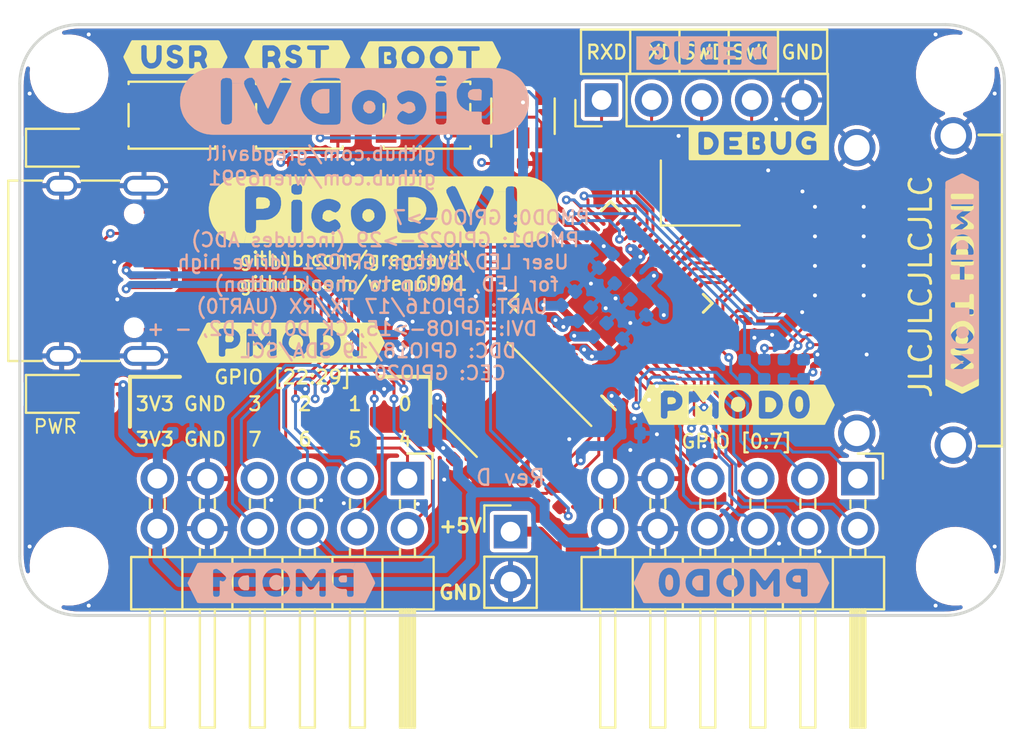
<source format=kicad_pcb>
(kicad_pcb (version 20210108) (generator pcbnew)
  (layers (0 "F.Cu" jumper) (1 "In1.Cu" power) (2 "In2.Cu" power) (31 "B.Cu" signal) (34 "B.Paste" user) (35 "F.Paste" user) (36 "B.SilkS" user "B.Silkscreen") (37 "F.SilkS" user "F.Silkscreen") (38 "B.Mask" user) (39 "F.Mask" user) (44 "Edge.Cuts" user))
  (net 0 "")
  (net 1 "+3V3")
  (net 2 "GND")
  (net 3 "+1V1")
  (net 4 "VBUS")
  (net 5 "/XOUT")
  (net 6 "/XIN")
  (net 7 "/DVI_D2+")
  (net 8 "/DVI_D1+")
  (net 9 "/DVI_D0+")
  (net 10 "/DVI_CK+")
  (net 11 "/DVI_D2-")
  (net 12 "/DVI_D1-")
  (net 13 "/DVI_D0-")
  (net 14 "/DVI_CK-")
  (net 15 "/USB_D-")
  (net 16 "no_connect_67")
  (net 17 "/USB_D+")
  (net 18 "/SWCLK")
  (net 19 "/SWDIO")
  (net 20 "/PMOD0_0")
  (net 21 "/PMOD0_4")
  (net 22 "/PMOD0_1")
  (net 23 "/PMOD0_5")
  (net 24 "/PMOD0_2")
  (net 25 "/PMOD0_6")
  (net 26 "/PMOD0_3")
  (net 27 "/PMOD0_7")
  (net 28 "/PMOD1_7")
  (net 29 "/PMOD1_3")
  (net 30 "/PMOD1_6")
  (net 31 "/PMOD1_2")
  (net 32 "/PMOD1_5")
  (net 33 "/PMOD1_1")
  (net 34 "/PMOD1_4")
  (net 35 "/PMOD1_0")
  (net 36 "Net-(J5-Pad13)")
  (net 37 "no_connect_68")
  (net 38 "Net-(J1-PadB5)")
  (net 39 "/RUN_~RST~")
  (net 40 "Net-(R3-Pad2)")
  (net 41 "/FLASH_SD3")
  (net 42 "/FLASH_SCK")
  (net 43 "/FLASH_SD0")
  (net 44 "/FLASH_SD2")
  (net 45 "/FLASH_SD1")
  (net 46 "/USB_DX-")
  (net 47 "/USB_DX+")
  (net 48 "/FLASH_~CS~")
  (net 49 "/UART_RX")
  (net 50 "/UART_TX")
  (net 51 "/USER_LED_BUTTON")
  (net 52 "Net-(D1-Pad2)")
  (net 53 "Net-(D2-Pad2)")
  (net 54 "Net-(R20-Pad2)")
  (net 55 "/uC_DVI_SCL")
  (net 56 "/uC_DVI_SDA")
  (net 57 "/uC_DVI_CEC")
  (net 58 "/uC_DVI_D2+")
  (net 59 "/uC_DVI_D1+")
  (net 60 "/uC_DVI_D0+")
  (net 61 "/uC_DVI_CK+")
  (net 62 "/uC_DVI_D2-")
  (net 63 "/uC_DVI_D1-")
  (net 64 "/uC_DVI_D0-")
  (net 65 "/uC_DVI_CK-")
  (net 66 "Net-(J1-PadA5)")
  (net 67 "Net-(J1-PadB8)")
  (net 68 "Net-(J1-PadA8)")
  (footprint "Resistor_SMD:R_0402_1005Metric" (layer "F.Cu") (at 221.195 101.43)
    (fp_text reference "R5" hide)
    (fp_text value "27R" hide)
  )
  (footprint "Resistor_SMD:R_0402_1005Metric" (layer "F.Cu") (at 221.195 100.43)
    (fp_text reference "R4" hide)
    (fp_text value "27R" hide)
  )
  (footprint "Resistor_SMD:R_0402_1005Metric" (layer "F.Cu") (at 227.35 108.2 -135)
    (fp_text reference "R2" hide)
    (fp_text value "DNF" hide)
  )
  (footprint "Resistor_SMD:R_0402_1005Metric" (layer "F.Cu") (at 214.35 92)
    (fp_text reference "R1" hide)
    (fp_text value "2k2" hide)
  )
  (footprint "Capacitor_SMD:C_0402_1005Metric" (layer "F.Cu") (at 232 92.8 90)
    (fp_text reference "C10" hide)
    (fp_text value "10p" hide)
  )
  (footprint "Resistor_SMD:R_0402_1005Metric" (layer "F.Cu") (at 204.5 103.75 -90)
    (fp_text reference "R11" hide)
    (fp_text value "2k2" hide)
  )
  (footprint "LED_SMD:LED_0805_2012Metric" (layer "F.Cu") (at 202 91.25)
    (fp_text reference "D1" hide)
    (fp_text value "LED" hide)
  )
  (footprint "picodvi:MH_M2" (layer "F.Cu") (at 202.5 87.5)
    (fp_text reference "REF**" hide)
    (fp_text value "MH_M2" hide)
  )
  (footprint "picodvi:MH_M2" (layer "F.Cu") (at 247.5 87.5)
    (fp_text reference "REF**" hide)
    (fp_text value "MH_M2" hide)
  )
  (footprint "LED_SMD:LED_0805_2012Metric" (layer "F.Cu") (at 202 103.75)
    (fp_text reference "D2" hide)
    (fp_text value "LED" hide)
  )
  (footprint "Package_SON:WSON-8-1EP_6x5mm_P1.27mm_EP3.4x4mm" (layer "F.Cu") (at 225.05 105.1 135)
    (fp_text reference "U3" hide)
    (fp_text value "W25Q16JV" hide)
  )
  (footprint "Capacitor_SMD:C_0402_1005Metric" (layer "F.Cu") (at 222.35 107.4 -45)
    (fp_text reference "C13" hide)
    (fp_text value "100n" hide)
  )
  (footprint "Connector_PinHeader_2.54mm:PinHeader_1x02_P2.54mm_Vertical" (layer "F.Cu") (at 224.917 110.744)
    (fp_text reference "J6" hide)
    (fp_text value "Conn_01x02" hide)
  )
  (footprint "Capacitor_SMD:C_0402_1005Metric" (layer "F.Cu") (at 227.2 112.014 -90)
    (fp_text reference "C24" hide)
    (fp_text value "1u" hide)
  )
  (footprint "picodvi:SW_SPST_PTS815" (layer "F.Cu") (at 214.2 89.6)
    (fp_text reference "SW1" hide)
    (fp_text value "SW_Push" hide)
  )
  (footprint "picodvi:SW_SPST_PTS815" (layer "F.Cu") (at 220.675 89.6)
    (fp_text reference "SW2" hide)
    (fp_text value "SW_Push" hide)
  )
  (footprint "picodvi:MH_M2" (layer "F.Cu") (at 247.5 112.5)
    (fp_text reference "REF**" hide)
    (fp_text value "MH_M2" hide)
  )
  (footprint "picodvi:MH_M2" (layer "F.Cu") (at 202.5 112.5)
    (fp_text reference "REF**" hide)
    (fp_text value "MH_M2" hide)
  )
  (footprint "picodvi:SW_SPST_PTS815" (layer "F.Cu") (at 207.725 89.6)
    (fp_text reference "SW3" hide)
    (fp_text value "SW_Push" hide)
  )
  (footprint "Resistor_SMD:R_0402_1005Metric" (layer "F.Cu") (at 227.75 109.15 -135)
    (fp_text reference "R3" hide)
    (fp_text value "2k2" hide)
  )
  (footprint "Capacitor_SMD:C_0402_1005Metric" (layer "F.Cu") (at 237.15 93.05 -90)
    (fp_text reference "C12" hide)
    (fp_text value "10p" hide)
  )
  (footprint "Crystal:Crystal_SMD_3225-4Pin_3.2x2.5mm" (layer "F.Cu") (at 234.55 93.55)
    (fp_text reference "Y1" hide)
    (fp_text value "12 M" hide)
  )
  (footprint "picodvi:QFN-56_EP_7x7_Pitch0.4mm" (layer "F.Cu") (at 230 99.15 135)
    (fp_text reference "U1" hide)
    (fp_text value "RP2040" hide)
  )
  (footprint "Capacitor_SMD:C_0402_1005Metric" (layer "F.Cu") (at 226.55 87.25)
    (fp_text reference "C11" hide)
    (fp_text value "1u" hide)
  )
  (footprint "Capacitor_SMD:C_0402_1005Metric" (layer "F.Cu") (at 225.05 92.05)
    (fp_text reference "C7" hide)
    (fp_text value "1u" hide)
  )
  (footprint "picodvi:PinHeader_1x05_P2.54mm_Vertical" (layer "F.Cu") (at 229.54 88.83 90)
    (fp_text reference "J2" hide)
    (fp_text value "Conn_01x05" hide)
  )
  (footprint "Resistor_SMD:R_0402_1005Metric" (layer "F.Cu") (at 209 93 180)
    (fp_text reference "R6" hide)
    (fp_text value "2k2" hide)
  )
  (footprint "Resistor_SMD:R_0402_1005Metric" (layer "F.Cu") (at 209 92.05)
    (fp_text reference "R20" hide)
    (fp_text value "2k2" hide)
  )
  (footprint "Connector_PinHeader_2.54mm:PinHeader_2x06_P2.54mm_Horizontal" (layer "F.Cu") (at 219.6846 108.0516 -90)
    (fp_text reference "J3" hide)
    (fp_text value "02x06" hide)
  )
  (footprint "picodvi:PinHeader_2x06_P2.54mm_Horizontal" (layer "F.Cu") (at 242.55476 108.0516 -90)
    (fp_text reference "J4" hide)
    (fp_text value "02x06" hide)
  )
  (footprint "picodvi:HDMI-SS-53000" (layer "F.Cu") (at 242.5 98.5 -90)
    (fp_text reference "J5" hide)
    (fp_text value "NOT_HDMI_A" hide)
  )
  (footprint "buzzardLabel" (layer "F.Cu") (at 231.45 104.3)
    (fp_text reference "" hide)
    (fp_text value "" hide)
  )
  (footprint "buzzardLabel" (layer "F.Cu") (at 217.3 86.7)
    (fp_text reference "")
    (fp_text value "")
  )
  (footprint "buzzardLabel" (layer "F.Cu") (at 209 101.15)
    (fp_text reference "" hide)
    (fp_text value "" hide)
  )
  (footprint "Connector_USB:USB_C_Receptacle_XKB_U262-16XN-4BVC11" (layer "F.Cu") (at 203.2 97.5 -90)
    (fp_text reference "J1" hide)
    (fp_text value "USB_C_Receptacle_USB2.0" hide)
  )
  (footprint "Resistor_SMD:R_0201_0603Metric" (layer "F.Cu") (at 237.3 100.05 180)
    (fp_text reference "R19" hide)
    (fp_text value "270" hide)
  )
  (footprint "Resistor_SMD:R_0201_0603Metric" (layer "F.Cu") (at 238.25 95.95 180)
    (fp_text reference "R13" hide)
    (fp_text value "270" hide)
  )
  (footprint "Resistor_SMD:R_0201_0603Metric" (layer "F.Cu") (at 238.25 96.6 180)
    (fp_text reference "R17" hide)
    (fp_text value "270" hide)
  )
  (footprint "buzzardLabel" (layer "F.Cu") (at 205.25 86.65)
    (fp_text reference "")
    (fp_text value "")
  )
  (footprint "Resistor_SMD:R_0201_0603Metric" (layer "F.Cu") (at 237.3 97.95 180)
    (fp_text reference "R14" hide)
    (fp_text value "270" hide)
  )
  (footprint "buzzardLabel" (layer "F.Cu") (at 247.85 103.75 90)
    (fp_text reference "" hide)
    (fp_text value "" hide)
  )
  (footprint "buzzardLabel" (layer "F.Cu") (at 211.4 86.65)
    (fp_text reference "")
    (fp_text value "")
  )
  (footprint "Resistor_SMD:R_0201_0603Metric" (layer "F.Cu") (at 238.25 94.5 180)
    (fp_text reference "R12" hide)
    (fp_text value "270" hide)
  )
  (footprint "Resistor_SMD:R_0402_1005Metric" (layer "F.Cu") (at 208.4 94.65 90)
    (fp_text reference "R22" hide)
    (fp_text value "5k1" hide)
  )
  (footprint "Resistor_SMD:R_0402_1005Metric" (layer "F.Cu") (at 208.45 100.5 -90)
    (fp_text reference "R21" hide)
    (fp_text value "5k1" hide)
  )
  (footprint "Resistor_SMD:R_0201_0603Metric" (layer "F.Cu") (at 237.3 99.4 180)
    (fp_text reference "R15" hide)
    (fp_text value "270" hide)
  )
  (footprint "Resistor_SMD:R_0201_0603Metric" (layer "F.Cu") (at 238.25 95.15 180)
    (fp_text reference "R16" hide)
    (fp_text value "270" hide)
  )
  (footprint "buzzardLabel" (layer "F.Cu") (at 233.545 91.03)
    (fp_text reference "" hide)
    (fp_text value "" hide)
  )
  (footprint "Resistor_SMD:R_0201_0603Metric" (layer "F.Cu") (at 237.3 98.6 180)
    (fp_text reference "R18" hide)
    (fp_text value "270" hide)
  )
  (footprint "buzzardLabel" (layer "F.Cu") (at 209.6 94.4)
    (fp_text reference "")
    (fp_text value "")
  )
  (footprint "Package_TO_SOT_SMD:SOT-23-5" (layer "F.Cu") (at 225.55 89.65 90)
    (fp_text reference "U2" hide)
    (fp_text value "NCP115ASN330" hide)
  )
  (footprint "Resistor_SMD:R_0402_1005Metric" (layer "B.Cu") (at 238.8 102.5 90)
    (fp_text reference "R8" hide)
    (fp_text value "2k2" hide)
  )
  (footprint "Capacitor_SMD:C_0402_1005Metric" (layer "B.Cu") (at 208.25 105.75)
    (fp_text reference "C23" hide)
    (fp_text value "1u" hide)
  )
  (footprint "Capacitor_SMD:C_0402_1005Metric" (layer "B.Cu") (at 229.45 100.5 45)
    (fp_text reference "C2" hide)
    (fp_text value "100n" hide)
  )
  (footprint "Capacitor_SMD:C_0402_1005Metric" (layer "B.Cu") (at 230.55 97.8 -135)
    (fp_text reference "C8" hide)
    (fp_text value "100n" hide)
  )
  (footprint "Capacitor_SMD:C_0402_1005Metric" (layer "B.Cu") (at 231.35 98.6 -135)
    (fp_text reference "C6" hide)
    (fp_text value "100n" hide)
  )
  (footprint "Capacitor_SMD:C_0402_1005Metric" (layer "B.Cu") (at 230.25 101.3 45)
    (fp_text reference "C5" hide)
    (fp_text value "100n" hide)
  )
  (footprint "Capacitor_SMD:C_0402_1005Metric" (layer "B.Cu") (at 232.15 99.4 -135)
    (fp_text reference "C4" hide)
    (fp_text value "100n" hide)
  )
  (footprint "Capacitor_SMD:C_0402_1005Metric" (layer "B.Cu") (at 229.75 97 -135)
    (fp_text reference "C9" hide)
    (fp_text value "100n" hide)
  )
  (footprint "Resistor_SMD:R_0402_1005Metric" (layer "B.Cu") (at 239.8 102.5 90)
    (fp_text reference "R9" hide)
    (fp_text value "2k2" hide)
  )
  (footprint "Resistor_SMD:R_0402_1005Metric" (layer "B.Cu") (at 236.8 102.5 90)
    (fp_text reference "R7" hide)
    (fp_text value "2k2" hide)
  )
  (footprint "Capacitor_SMD:C_0402_1005Metric" (layer "B.Cu") (at 228.65 99.7 45)
    (fp_text reference "C3" hide)
    (fp_text value "1u" hide)
  )
  (footprint "Capacitor_SMD:C_0402_1005Metric" (layer "B.Cu") (at 231 105.75)
    (fp_text reference "C22" hide)
    (fp_text value "1u" hide)
  )
  (footprint "Capacitor_SMD:C_0402_1005Metric" (layer "B.Cu") (at 227.85 98.9 45)
    (fp_text reference "C1" hide)
    (fp_text value "1u" hide)
  )
  (footprint "Resistor_SMD:R_0402_1005Metric" (layer "B.Cu") (at 237.8 102.5 -90)
    (fp_text reference "R10" hide)
    (fp_text value "270" hide)
  )
  (footprint "buzzardLabel" (layer "B.Cu") (at 218.05 113.35 180)
    (fp_text reference "" hide)
    (fp_text value "" hide)
  )
  (footprint "buzzardLabel" (layer "B.Cu") (at 238.85 86.45 180)
    (fp_text reference "" hide)
    (fp_text value "" hide)
  )
  (footprint "buzzardLabel" (layer "B.Cu") (at 225.85 88.9 180)
    (fp_text reference "")
    (fp_text value "")
  )
  (footprint "buzzardLabel" (layer "B.Cu") (at 247.85 103.4 90)
    (fp_text reference "" hide)
    (fp_text value "" hide)
  )
  (footprint "buzzardLabel" (layer "B.Cu") (at 241.1 113.35 180)
    (fp_text reference "" hide)
    (fp_text value "" hide)
  )
  (gr_line (start 240.995 85.255) (end 240.995 87.505) (layer "F.SilkS") (width 0.12))
  (gr_line (start 238.495 85.255) (end 238.495 87.505) (layer "F.SilkS") (width 0.12))
  (gr_line (start 235.995 85.255) (end 235.995 87.505) (layer "F.SilkS") (width 0.12))
  (gr_line (start 233.495 85.255) (end 233.495 87.505) (layer "F.SilkS") (width 0.12))
  (gr_line (start 240.995 87.505) (end 228.495 87.505) (layer "F.SilkS") (width 0.12))
  (gr_line (start 230.995 85.255) (end 230.995 87.505) (layer "F.SilkS") (width 0.12))
  (gr_line (start 228.495 87.505) (end 228.495 85.255) (layer "F.SilkS") (width 0.12))
  (gr_line (start 228.495 85.255) (end 240.995 85.255) (layer "F.SilkS") (width 0.12))
  (gr_line (start 220.834 105.423) (end 220.834 102.883) (layer "F.SilkS") (width 0.2))
  (gr_line (start 205.594 105.423) (end 205.594 102.883) (layer "F.SilkS") (width 0.2))
  (gr_line (start 205.594 102.883) (end 208.134 102.883) (layer "F.SilkS") (width 0.2))
  (gr_line (start 220.834 102.883) (end 218.294 102.883) (layer "F.SilkS") (width 0.2))
  (gr_arc (start 203 112) (end 200 112) (angle -90) (layer "Edge.Cuts") (width 0.15))
  (gr_line (start 203 85) (end 247 85) (layer "Edge.Cuts") (width 0.15))
  (gr_line (start 200 112) (end 200 88) (layer "Edge.Cuts") (width 0.15))
  (gr_arc (start 247 112) (end 247 115) (angle -90) (layer "Edge.Cuts") (width 0.15))
  (gr_line (start 247 115) (end 203 115) (layer "Edge.Cuts") (width 0.15))
  (gr_line (start 250 88) (end 250 112) (layer "Edge.Cuts") (width 0.15))
  (gr_arc (start 203 88) (end 203 85) (angle -90) (layer "Edge.Cuts") (width 0.15))
  (gr_arc (start 247 88) (end 250 88) (angle -90) (layer "Edge.Cuts") (width 0.15))
  (gr_text "Rev D" (at 224.917 108) (layer "B.SilkS") (effects (font (size 0.8 0.8) (thickness 0.12)) (justify mirror)))
  (gr_text "github.com/wren6991" (at 215.35 92.8) (layer "B.SilkS") (effects (font (size 0.7 0.7) (thickness 0.12)) (justify mirror)))
  (gr_text " PMOD0: GPIO0->7\n  PMOD1: GPIO22->29 (includes ADC)\n   User LED/Button: GPIO21 (drive high\n    for LED, pullup to check button)\n     UART: GPIO16/17 TX/RX (UART0) \n      DVI: GPIO8->15, CK D0 D1 D2, - +\n        DDC: GPIO18/19 SDA/SCL\n         CEC: GPIO20" (at 229.55 98.75) (layer "B.SilkS") (effects (font (size 0.7 0.7) (thickness 0.12)) (justify left mirror)))
  (gr_text "github.com/gregdavill\n" (at 215.3 91.55) (layer "B.SilkS") (effects (font (size 0.7 0.7) (thickness 0.12)) (justify mirror)))
  (gr_text "PWR" (at 201.803 105.41) (layer "F.SilkS") (effects (font (size 0.7 0.7) (thickness 0.1))))
  (gr_text "0" (at 219.564 104.258) (layer "F.SilkS") (effects (font (size 0.7 0.7) (thickness 0.12))))
  (gr_text "4" (at 219.564 106.058) (layer "F.SilkS") (effects (font (size 0.7 0.7) (thickness 0.12))))
  (gr_text "1" (at 217.024 104.258) (layer "F.SilkS") (effects (font (size 0.7 0.7) (thickness 0.12))))
  (gr_text "2" (at 214.484 104.258) (layer "F.SilkS") (effects (font (size 0.7 0.7) (thickness 0.12))))
  (gr_text "3" (at 211.944 104.258) (layer "F.SilkS") (effects (font (size 0.7 0.7) (thickness 0.12))))
  (gr_text "5" (at 217.024 106.058) (layer "F.SilkS") (effects (font (size 0.7 0.7) (thickness 0.12))))
  (gr_text "7" (at 211.944 106.058) (layer "F.SilkS") (effects (font (size 0.7 0.7) (thickness 0.12))))
  (gr_text "6\n" (at 214.484 106.058) (layer "F.SilkS") (effects (font (size 0.7 0.7) (thickness 0.12))))
  (gr_text "GND" (at 209.404 104.258) (layer "F.SilkS") (effects (font (size 0.7 0.7) (thickness 0.12))))
  (gr_text "GND" (at 209.404 106.058) (layer "F.SilkS") (effects (font (size 0.7 0.7) (thickness 0.12))))
  (gr_text "3V3" (at 206.864 104.258) (layer "F.SilkS") (effects (font (size 0.7 0.7) (thickness 0.12))))
  (gr_text "3V3" (at 206.864 106.058) (layer "F.SilkS") (effects (font (size 0.7 0.7) (thickness 0.12))))
  (gr_text "\nGPIO [0:7]" (at 236.4 105.6) (layer "F.SilkS") (effects (font (size 0.7 0.7) (thickness 0.12))))
  (gr_text "GPIO [22:29]\n" (at 213.35 102.9) (layer "F.SilkS") (effects (font (size 0.7 0.7) (thickness 0.12))))
  (gr_text "+5V\n\n\nGND" (at 222.377 112.141) (layer "F.SilkS") (effects (font (size 0.7 0.7))))
  (gr_text "GND" (at 239.745 86.405) (layer "F.SilkS") (effects (font (size 0.7 0.7) (thickness 0.12))))
  (gr_text "SWC" (at 237.245 86.405) (layer "F.SilkS") (effects (font (size 0.7 0.7) (thickness 0.12))))
  (gr_text "SWD" (at 234.745 86.405) (layer "F.SilkS") (effects (font (size 0.7 0.7) (thickness 0.12))))
  (gr_text "TXD" (at 232.295 86.405) (layer "F.SilkS") (effects (font (size 0.7 0.7) (thickness 0.12))))
  (gr_text "RXD" (at 229.795 86.405) (layer "F.SilkS") (effects (font (size 0.7 0.7) (thickness 0.12))))
  (gr_text "JLCJLCJLCJLC" (at 245.745 98.298 90) (layer "F.SilkS") (effects (font (size 1.1 1.1))))
  (gr_text "github.com/wren6991" (at 216.95 98.15) (layer "F.SilkS") (effects (font (size 0.7 0.7) (thickness 0.12))))
  (gr_text "github.com/gregdavill\n" (at 217 96.9) (layer "F.SilkS") (effects (font (size 0.7 0.7) (thickness 0.12))))
  (segment (start 227.692947 107.857053) (end 227.756549 107.857053) (width 0.15) (layer "F.Cu") (net 1))
  (segment (start 205.255 103.265) (end 205.27 103.28) (width 0.15) (layer "F.Cu") (net 1))
  (segment (start 224.6 87.8) (end 224.6 88.55) (width 0.15) (layer "F.Cu") (net 1))
  (segment (start 234.75 101.6) (end 235.7 101.6) (width 0.15) (layer "F.Cu") (net 1))
  (segment (start 235.7 101.6) (end 236 101.9) (width 0.15) (layer "F.Cu") (net 1))
  (segment (start 222.007053 107.007053) (end 221.5 106.5) (width 0.15) (layer "F.Cu") (net 1))
  (segment (start 226.065 87.25) (end 225.15 87.25) (width 0.15) (layer "F.Cu") (net 1))
  (segment (start 227.756549 107.857053) (end 228.481801 107.131801) (width 0.15) (layer "F.Cu") (net 1))
  (segment (start 222.007053 107.057053) (end 222.007053 107.007053) (width 0.15) (layer "F.Cu") (net 1))
  (segment (start 231.975001 96.892156) (end 231.975001 97.525001) (width 0.2) (layer "F.Cu") (net 1))
  (segment (start 225.55 88.95) (end 225 88.95) (width 0.15) (layer "F.Cu") (net 1))
  (segment (start 213.865 92) (end 213.25 92) (width 0.15) (layer "F.Cu") (net 1))
  (segment (start 204.5 103.265) (end 205.255 103.265) (width 0.15) (layer "F.Cu") (net 1))
  (segment (start 225.15 87.25) (end 224.6 87.8) (width 0.15) (layer "F.Cu") (net 1))
  (segment (start 225 88.95) (end 224.6 88.55) (width 0.15) (layer "F.Cu") (net 1))
  (segment (start 232.333452 96.533705) (end 231.975001 96.892156) (width 0.2) (layer "F.Cu") (net 1))
  (segment (start 231.975001 97.525001) (end 232.2 97.75) (width 0.2) (layer "F.Cu") (net 1))
  (segment (start 221.82029 104.564367) (end 221.205923 103.95) (width 0.15) (layer "F.Cu") (net 1))
  (segment (start 221.205923 103.95) (end 221.2 103.95) (width 0.15) (layer "F.Cu") (net 1))
  (segment (start 233.181981 100.917767) (end 233.864214 101.6) (width 0.15) (layer "F.Cu") (net 1))
  (segment (start 233.864214 101.6) (end 234.75 101.6) (width 0.15) (layer "F.Cu") (net 1))
  (via (at 228.15 100.8) (size 0.45) (drill 0.2) (layers "F.Cu" "B.Cu") (net 1))
  (via (at 221.2 103.95) (size 0.45) (drill 0.2) (layers "F.Cu" "B.Cu") (net 1))
  (via (at 228.481801 107.131801) (size 0.45) (drill 0.2) (layers "F.Cu" "B.Cu") (net 1))
  (via (at 226.58558 99.23558) (size 0.45) (drill 0.2) (layers "F.Cu" "B.Cu") (net 1))
  (via (at 205.25 103.3) (size 0.45) (drill 0.2) (layers "F.Cu" "B.Cu") (net 1))
  (via (at 232.7 99.75) (size 0.45) (drill 0.2) (layers "F.Cu" "B.Cu") (net 1))
  (via (at 232.2 97.75) (size 0.45) (drill 0.2) (layers "F.Cu" "B.Cu") (net 1))
  (via (at 236 101.9) (size 0.45) (drill 0.2) (layers "F.Cu" "B.Cu") (net 1))
  (via (at 229.65 96.25) (size 0.45) (drill 0.2) (layers "F.Cu" "B.Cu") (net 1))
  (via (at 230.05 103.85) (size 0.45) (drill 0.2) (layers "F.Cu" "B.Cu") (net 1))
  (via (at 225.55 88.95) (size 0.45) (drill 0.2) (layers "F.Cu" "B.Cu") (net 1))
  (via (at 213.25 92) (size 0.45) (drill 0.2) (layers "F.Cu" "B.Cu") (net 1))
  (via (at 221.5 106.5) (size 0.45) (drill 0.2) (layers "F.Cu" "B.Cu") (net 1))
  (segment (start 221.85 113.3) (end 208.1 113.3) (width 0.5) (layer "B.Cu") (net 1))
  (segment (start 228.805 106.395) (end 228.481801 106.718199) (width 0.5) (layer "B.Cu") (net 1))
  (segment (start 229.8084 110.5916) (end 229.1 111.3) (width 0.5) (layer "B.Cu") (net 1))
  (segment (start 236.435 102.985) (end 236.1 102.65) (width 0.15) (layer "B.Cu") (net 1))
  (segment (start 228.481801 106.718199) (end 228.481801 107.131801) (width 0.5) (layer "B.Cu") (net 1))
  (segment (start 226.65 110.2) (end 226.65 109.3) (width 0.5) (layer "B.Cu") (net 1))
  (segment (start 224 90.15) (end 224.65 89.5) (width 0.15) (layer "B.Cu") (net 1))
  (segment (start 229.87 110.57636) (end 229.85476 110.5916) (width 0.5) (layer "B.Cu") (net 1))
  (segment (start 216.95 91.5) (end 219.9 91.5) (width 0.15) (layer "B.Cu") (net 1))
  (segment (start 229.1 95.7) (end 227.6 95.7) (width 0.5) (layer "B.Cu") (net 1))
  (segment (start 230.515 104.315) (end 230.05 103.85) (width 0.5) (layer "B.Cu") (net 1))
  (segment (start 205.25 105.8) (end 205.25 103.3) (width 0.5) (layer "B.Cu") (net 1))
  (segment (start 229.1 111.3) (end 227.75 111.3) (width 0.5) (layer "B.Cu") (net 1))
  (segment (start 222.9 108.95) (end 222.9 112.25) (width 0.5) (layer "B.Cu") (net 1))
  (segment (start 205.955 106.505) (end 205.5 106.05) (width 0.5) (layer "B.Cu") (net 1))
  (segment (start 231.692947 98.257053) (end 232.2 97.75) (width 0.5) (layer "B.Cu") (net 1))
  (segment (start 236.8 102.985) (end 236.435 102.985) (width 0.15) (layer "B.Cu") (net 1))
  (segment (start 230.515 105.75) (end 230.515 104.315) (width 0.5) (layer "B.Cu") (net 1))
  (segment (start 223.1 108.75) (end 222.9 108.95) (width 0.5) (layer "B.Cu") (net 1))
  (segment (start 229.87 106.92) (end 229.87 108.077) (width 0.5) (layer "B.Cu") (net 1))
  (segment (start 222.25 107.25) (end 221.725 106.725) (width 0.5) (layer "B.Cu") (net 1))
  (segment (start 229.107053 100.842947) (end 228.192947 100.842947) (width 0.5) (layer "B.Cu") (net 1))
  (segment (start 229.87 106.395) (end 229.87 106.92) (width 0.5) (layer "B.Cu") (net 1))
  (segment (start 231.692947 98.257053) (end 232.492947 99.057053) (width 0.5) (layer "B.Cu") (net 1))
  (segment (start 221.725 106.725) (end 221.2 106.2) (width 0.5) (layer "B.Cu") (net 1))
  (segment (start 225.2 88.95) (end 225.55 88.95) (width 0.15) (layer "B.Cu") (net 1))
  (segment (start 225.55 93.65) (end 225.55 88.95) (width 0.5) (layer "B.Cu") (net 1))
  (segment (start 222.25 107.9) (end 222.25 107.25) (width 0.5) (layer "B.Cu") (net 1))
  (segment (start 232.7 99.264106) (end 232.7 99.75) (width 0.5) (layer "B.Cu") (net 1))
  (segment (start 208.1 113.3) (end 206.9846 112.1846) (width 0.5) (layer "B.Cu") (net 1))
  (segment (start 207.01 106.505) (end 207.01 106.81) (width 0.5) (layer "B.Cu") (net 1))
  (segment (start 207.765 105.75) (end 207.01 106.505) (width 0.5) (layer "B.Cu") (net 1))
  (segment (start 226.65 109.3) (end 226.1 108.75) (width 0.5) (layer "B.Cu") (net 1))
  (segment (start 236.1 102.65) (end 236.1 102) (width 0.15) (layer "B.Cu") (net 1))
  (segment (start 227.6 95.7) (end 225.55 93.65) (width 0.5) (layer "B.Cu") (net 1))
  (segment (start 227.542633 99.278527) (end 226.628527 99.278527) (width 0.5) (layer "B.Cu") (net 1))
  (segment (start 205.5 106.05) (end 205.25 105.8) (width 0.5) (layer "B.Cu") (net 1))
  (segment (start 221.2 106.2) (end 221.2 103.95) (width 0.5) (layer "B.Cu") (net 1))
  (segment (start 228.192947 100.842947) (end 228.15 100.8) (width 0.5) (layer "B.Cu") (net 1))
  (segment (start 230.057053 96.657053) (end 229.65 96.25) (width 0.5) (layer "B.Cu") (net 1))
  (segment (start 221.725 106.725) (end 221.5 106.5) (width 0.5) (layer "B.Cu") (net 1))
  (segment (start 229.65 96.25) (end 229.1 95.7) (width 0.5) (layer "B.Cu") (net 1))
  (segment (start 206.9846 112.1846) (end 206.9846 110.5916) (width 0.5) (layer "B.Cu") (net 1))
  (segment (start 229.87 106.395) (end 228.805 106.395) (width 0.5) (layer "B.Cu") (net 1))
  (segment (start 226.1 108.75) (end 223.1 108.75) (width 0.5) (layer "B.Cu") (net 1))
  (segment (start 221.15 90.25) (end 221.25 90.15) (width 0.15) (layer "B.Cu") (net 1))
  (segment (start 221.25 90.15) (end 221.9 90.15) (width 0.15) (layer "B.Cu") (net 1))
  (segment (start 232.492947 99.057053) (end 232.7 99.264106) (width 0.5) (layer "B.Cu") (net 1))
  (segment (start 207.01 110.5662) (end 206.9846 110.5916) (width 0.5) (layer "B.Cu") (net 1))
  (segment (start 229.85476 110.5916) (end 229.8084 110.5916) (width 0.5) (layer "B.Cu") (net 1))
  (segment (start 207.01 106.505) (end 205.955 106.505) (width 0.5) (layer "B.Cu") (net 1))
  (segment (start 236.1 102) (end 236 101.9) (width 0.15) (layer "B.Cu") (net 1))
  (segment (start 227.75 111.3) (end 226.65 110.2) (width 0.5) (layer "B.Cu") (net 1))
  (segment (start 226.628527 99.278527) (end 226.58558 99.23558) (width 0.5) (layer "B.Cu") (net 1))
  (segment (start 213.25 92) (end 213.75 91.5) (width 0.15) (layer "B.Cu") (net 1))
  (segment (start 207.01 106.81) (end 207.01 108.077) (width 0.5) (layer "B.Cu") (net 1))
  (segment (start 221.9 90.15) (end 224 90.15) (width 0.15) (layer "B.Cu") (net 1))
  (segment (start 229.87 106.92) (end 229.87 110.57636) (width 0.5) (layer "B.Cu") (net 1))
  (segment (start 219.9 91.5) (end 221.15 90.25) (width 0.15) (layer "B.Cu") (net 1))
  (segment (start 223.1 108.75) (end 222.25 107.9) (width 0.5) (layer "B.Cu") (net 1))
  (segment (start 222.9 112.25) (end 221.85 113.3) (width 0.5) (layer "B.Cu") (net 1))
  (segment (start 213.75 91.5) (end 216.95 91.5) (width 0.15) (layer "B.Cu") (net 1))
  (segment (start 230.515 105.75) (end 229.87 106.395) (width 0.5) (layer "B.Cu") (net 1))
  (segment (start 224.65 89.5) (end 225.2 88.95) (width 0.15) (layer "B.Cu") (net 1))
  (segment (start 207.01 106.81) (end 207.01 110.5662) (width 0.5) (layer "B.Cu") (net 1))
  (segment (start 232.9 92.7) (end 232.515 92.315) (width 0.15) (layer "F.Cu") (net 2))
  (segment (start 236.285 94.4) (end 237.15 93.535) (width 0.15) (layer "F.Cu") (net 2))
  (segment (start 233.45 92.7) (end 232.9 92.7) (width 0.15) (layer "F.Cu") (net 2))
  (segment (start 232.515 92.315) (end 232 92.315) (width 0.15) (layer "F.Cu") (net 2))
  (segment (start 235.65 94.4) (end 236.285 94.4) (width 0.15) (layer "F.Cu") (net 2))
  (segment (start 227.9 106.015343) (end 228.27971 105.635633) (width 0.15) (layer "F.Cu") (net 2))
  (segment (start 227.9 106.05) (end 227.9 106.015343) (width 0.15) (layer "F.Cu") (net 2))
  (via (at 242.85 94.25) (size 0.45) (drill 0.2) (layers "F.Cu" "B.Cu") (net 2))
  (via (at 242.85 95.75) (size 0.45) (drill 0.2) (layers "F.Cu" "B.Cu") (net 2))
  (via (at 242.85 97.25) (size 0.45) (drill 0.2) (layers "F.Cu" "B.Cu") (net 2))
  (via (at 242.85 98.75) (size 0.45) (drill 0.2) (layers "F.Cu" "B.Cu") (net 2))
  (via (at 243 101.75) (size 0.45) (drill 0.2) (layers "F.Cu" "B.Cu") (net 2))
  (via (at 229.75 99.4) (size 0.45) (drill 0.2) (layers "F.Cu" "B.Cu") (net 2))
  (via (at 231 100.15) (size 0.45) (drill 0.2) (layers "F.Cu" "B.Cu") (net 2))
  (via (at 230.25 98.9) (size 0.45) (drill 0.2) (layers "F.Cu" "B.Cu") (net 2))
  (via (at 229 98.15) (size 0.45) (drill 0.2) (layers "F.Cu" "B.Cu") (net 2))
  (via (at 240.5 101.75) (size 0.45) (drill 0.2) (layers "F.Cu" "B.Cu") (net 2))
  (via (at 238 92.4) (size 0.45) (drill 0.2) (layers "F.Cu" "B.Cu") (net 2))
  (via (at 238.4 89.8) (size 0.45) (drill 0.2) (layers "F.Cu" "B.Cu") (net 2))
  (via (at 237.3 100.9) (size 0.45) (drill 0.2) (layers "F.Cu" "B.Cu") (net 2))
  (via (at 249.5 88.5) (size 0.45) (drill 0.2) (layers "F.Cu" "B.Cu") (net 2))
  (via (at 246.5 85.5) (size 0.45) (drill 0.2) (layers "F.Cu" "B.Cu") (net 2))
  (via (at 203.5 85.5) (size 0.45) (drill 0.2) (layers "F.Cu" "B.Cu") (net 2))
  (via (at 200.5 88.5) (size 0.45) (drill 0.2) (layers "F.Cu" "B.Cu") (net 2))
  (via (at 200.5 111.5) (size 0.45) (drill 0.2) (layers "F.Cu" "B.Cu") (net 2))
  (via (at 203.5 114.5) (size 0.45) (drill 0.2) (layers "F.Cu" "B.Cu") (net 2))
  (via (at 246.5 114.5) (size 0.45) (drill 0.2) (layers "F.Cu" "B.Cu") (net 2))
  (via (at 249.5 111.5) (size 0.45) (drill 0.2) (layers "F.Cu" "B.Cu") (net 2))
  (via (at 221.845 99.63) (size 0.45) (drill 0.2) (layers "F.Cu" "B.Cu") (net 2))
  (via (at 219.945 100.08) (size 0.45) (drill 0.2) (layers "F.Cu" "B.Cu") (net 2))
  (via (at 219.95 101.85) (size 0.45) (drill 0.2) (layers "F.Cu" "B.Cu") (net 2))
  (via (at 218.8 101.85) (size 0.45) (drill 0.2) (layers "F.Cu" "B.Cu") (net 2))
  (via (at 236.15 111.15) (size 0.45) (drill 0.2) (layers "F.Cu" "B.Cu") (net 2))
  (via (at 238.55 111.35) (size 0.45) (drill 0.2) (layers "F.Cu" "B.Cu") (net 2))
  (via (at 240.6 111.75) (size 0.45) (drill 0.2) (layers "F.Cu" "B.Cu") (net 2))
  (via (at 218.65 99.95) (size 0.45) (drill 0.2) (layers "F.Cu" "B.Cu") (net 2))
  (via (at 240.375 94.25) (size 0.45) (drill 0.2) (layers "F.Cu" "B.Cu") (net 2))
  (via (at 240.375 95.75) (size 0.45) (drill 0.2) (layers "F.Cu" "B.Cu") (net 2))
  (via (at 240.375 97.25) (size 0.45) (drill 0.2) (layers "F.Cu" "B.Cu") (net 2))
  (via (at 240.375 98.75) (size 0.45) (drill 0.2) (layers "F.Cu" "B.Cu") (net 2))
  (via (at 239.725 99.6) (size 0.45) (drill 0.2) (layers "F.Cu" "B.Cu") (net 2))
  (via (at 238.2 100.75) (size 0.45) (drill 0.2) (layers "F.Cu" "B.Cu") (net 2))
  (via (at 239.74 93.47) (size 0.45) (drill 0.2) (layers "F.Cu" "B.Cu") (net 2))
  (via (at 233.45 90.65) (size 0.45) (drill 0.2) (layers "F.Cu" "B.Cu") (net 2))
  (via (at 220.21 109.34) (size 0.45) (drill 0.2) (layers "F.Cu" "B.Cu") (net 2))
  (via (at 216.45 109.3) (size 0.45) (drill 0.2) (layers "F.Cu" "B.Cu") (net 2))
  (via (at 215.3 109.15) (size 0.45) (drill 0.2) (layers "F.Cu" "B.Cu") (net 2))
  (via (at 212.77 109.14) (size 0.45) (drill 0.2) (layers "F.Cu" "B.Cu") (net 2))
  (via (at 221.55 108.1) (size 0.45) (drill 0.2) (layers "F.Cu" "B.Cu") (net 2))
  (via (at 214.5 103.5) (size 0.45) (drill 0.2) (layers "F.Cu" "B.Cu") (net 2))
  (via (at 227.9 106.05) (size 0.45) (drill 0.2) (layers "F.Cu" "B.Cu") (net 2))
  (via (at 234.75 106.4) (size 0.45) (drill 0.2) (layers "F.Cu" "B.Cu") (net 2))
  (via (at 204.8 97.05) (size 0.45) (drill 0.2) (layers "F.Cu" "B.Cu") (net 2))
  (via (at 232.35 105.8) (size 0.45) (drill 0.2) (layers "F.Cu" "B.Cu") (net 2))
  (via (at 231.2 105) (size 0.45) (drill 0.2) (layers "F.Cu" "B.Cu") (net 2))
  (via (at 223.15 98.8) (size 0.45) (drill 0.2) (layers "F.Cu" "B.Cu") (net 2))
  (via (at 224.65 98.4) (size 0.45) (drill 0.2) (layers "F.Cu" "B.Cu") (net 2))
  (via (at 218.5 103.5) (size 0.45) (drill 0.2) (layers "F.Cu" "B.Cu") (net 2))
  (via (at 204.95 98.95) (size 0.45) (drill 0.2) (layers "F.Cu" "B.Cu") (net 2))
  (via (at 216.9 92.05) (size 0.45) (drill 0.2) (layers "F.Cu" "B.Cu") (net 2))
  (via (at 231 106.6) (size 0.45) (drill 0.2) (layers "F.Cu" "B.Cu") (net 2))
  (segment (start 232.045846 96.250862) (end 231.510748 96.78596) (width 0.2) (layer "F.Cu") (net 3))
  (via (at 229.05 101.85) (size 0.45) (drill 0.2) (layers "F.Cu" "B.Cu") (net 3))
  (via (at 231 96.4) (size 0.45) (drill 0.2) (layers "F.Cu" "B.Cu") (net 3))
  (via (at 228.649992 101.499992) (size 0.45) (drill 0.2) (layers "F.Cu" "B.Cu") (net 3))
  (via (at 227.2 100) (size 0.45) (drill 0.2) (layers "F.Cu" "B.Cu") (net 3))
  (via (at 227.6 100.35) (size 0.45) (drill 0.2) (layers "F.Cu" "B.Cu") (net 3))
  (via (at 231.510748 96.78596) (size 0.45) (drill 0.2) (layers "F.Cu" "B.Cu") (net 3))
  (segment (start 227.2 100) (end 227.55 100.35) (width 0.5) (layer "B.Cu") (net 3))
  (segment (start 228.95 101.8) (end 228.649992 101.499992) (width 0.5) (layer "B.Cu") (net 3))
  (segment (start 230.892947 97.403761) (end 231.510748 96.78596) (width 0.5) (layer "B.Cu") (net 3))
  (segment (start 227.55 100.35) (end 227.6 100.35) (width 0.5) (layer "B.Cu") (net 3))
  (segment (start 231.124788 96.4) (end 231.510748 96.78596) (width 0.5) (layer "B.Cu") (net 3))
  (segment (start 228.307053 100.042947) (end 227.835021 100.042947) (width 0.5) (layer "B.Cu") (net 3))
  (segment (start 231 96.4) (end 231.124788 96.4) (width 0.5) (layer "B.Cu") (net 3))
  (segment (start 227.835021 100.042947) (end 227.6 100.277968) (width 0.5) (layer "B.Cu") (net 3))
  (segment (start 229.75 101.8) (end 228.95 101.8) (width 0.5) (layer "B.Cu") (net 3))
  (segment (start 229.907053 101.642947) (end 229.75 101.8) (width 0.5) (layer "B.Cu") (net 3))
  (segment (start 227.6 100.277968) (end 227.6 100.35) (width 0.5) (layer "B.Cu") (net 3))
  (segment (start 224.565 90.785) (end 224.6 90.75) (width 0.15) (layer "F.Cu") (net 4))
  (segment (start 205.8 95.6) (end 204.6 95.6) (width 0.15) (layer "F.Cu") (net 4))
  (segment (start 224.6 89.95) (end 224.6 90.75) (width 0.15) (layer "F.Cu") (net 4))
  (segment (start 223.5 92.05) (end 224.565 92.05) (width 0.15) (layer "F.Cu") (net 4))
  (segment (start 241.6 102.25) (end 240.777002 102.25) (width 0.3) (layer "F.Cu") (net 4))
  (segment (start 224.917 110.744) (end 226.415 110.744) (width 0.5) (layer "F.Cu") (net 4))
  (segment (start 204.05 99.45) (end 204.5 99.9) (width 0.15) (layer "F.Cu") (net 4))
  (segment (start 204.6 95.6) (end 204.05 96.15) (width 0.15) (layer "F.Cu") (net 4))
  (segment (start 205.8 99.6) (end 205.95 99.75) (width 0.15) (layer "F.Cu") (net 4))
  (segment (start 226.415 110.744) (end 227.2 111.529) (width 0.5) (layer "F.Cu") (net 4))
  (segment (start 226.5 90.75) (end 226.5 90) (width 0.15) (layer "F.Cu") (net 4))
  (segment (start 206.87 95.25) (end 206.15 95.25) (width 0.15) (layer "F.Cu") (net 4))
  (segment (start 240.752001 102.275001) (end 240.331771 102.275001) (width 0.3) (layer "F.Cu") (net 4))
  (segment (start 205 99.9) (end 205.3 99.6) (width 0.15) (layer "F.Cu") (net 4))
  (segment (start 204.05 96.15) (end 204.05 99.45) (width 0.15) (layer "F.Cu") (net 4))
  (segment (start 224.85 89.7) (end 224.6 89.95) (width 0.15) (layer "F.Cu") (net 4))
  (segment (start 240.27497 102.331802) (end 240.27497 102.65) (width 0.3) (layer "F.Cu") (net 4))
  (segment (start 204.5 99.9) (end 205 99.9) (width 0.15) (layer "F.Cu") (net 4))
  (segment (start 226.5 90) (end 226.2 89.7) (width 0.15) (layer "F.Cu") (net 4))
  (segment (start 240.777002 102.25) (end 240.752001 102.275001) (width 0.3) (layer "F.Cu") (net 4))
  (segment (start 240.331771 102.275001) (end 240.27497 102.331802) (width 0.3) (layer "F.Cu") (net 4))
  (segment (start 205.3 99.6) (end 205.8 99.6) (width 0.15) (layer "F.Cu") (net 4))
  (segment (start 206.15 95.25) (end 205.8 95.6) (width 0.15) (layer "F.Cu") (net 4))
  (segment (start 205.95 99.75) (end 206.87 99.75) (width 0.15) (layer "F.Cu") (net 4))
  (segment (start 224.565 92.05) (end 224.565 90.785) (width 0.15) (layer "F.Cu") (net 4))
  (segment (start 226.2 89.7) (end 224.85 89.7) (width 0.15) (layer "F.Cu") (net 4))
  (segment (start 223.45 92) (end 223.5 92.05) (width 0.15) (layer "F.Cu") (net 4))
  (via (at 204.6 95.6) (size 0.45) (drill 0.2) (layers "F.Cu" "B.Cu") (net 4))
  (via (at 240.27497 102.65) (size 0.45) (drill 0.2) (layers "F.Cu" "B.Cu") (net 4))
  (via (at 223.45 92) (size 0.45) (drill 0.2) (layers "F.Cu" "B.Cu") (net 4))
  (segment (start 240.135 102.65) (end 240.27497 102.65) (width 0.15) (layer "B.Cu") (net 4))
  (segment (start 239.8 102.985) (end 240.135 102.65) (width 0.15) (layer "B.Cu") (net 4))
  (segment (start 238.8 102.985) (end 239.8 102.985) (width 0.15) (layer "B.Cu") (net 4))
  (segment (start 233.5 94.4) (end 233.45 94.4) (width 0.15) (layer "F.Cu") (net 5))
  (segment (start 232 93.285) (end 232.335 93.285) (width 0.15) (layer "F.Cu") (net 5))
  (segment (start 232.616295 96.816548) (end 234.15 95.282843) (width 0.15) (layer "F.Cu") (net 5))
  (segment (start 232.335 93.285) (end 233.45 94.4) (width 0.15) (layer "F.Cu") (net 5))
  (segment (start 234.15 95.05) (end 233.5 94.4) (width 0.15) (layer "F.Cu") (net 5))
  (segment (start 234.15 95.282843) (end 234.15 95.05) (width 0.15) (layer "F.Cu") (net 5))
  (segment (start 234.55 95.448528) (end 234.55 93.8) (width 0.15) (layer "F.Cu") (net 6))
  (segment (start 232.899138 97.09939) (end 234.55 95.448528) (width 0.15) (layer "F.Cu") (net 6))
  (segment (start 237.15 92.565) (end 235.785 92.565) (width 0.15) (layer "F.Cu") (net 6))
  (segment (start 235.785 92.565) (end 235.65 92.7) (width 0.15) (layer "F.Cu") (net 6))
  (segment (start 234.55 93.8) (end 235.65 92.7) (width 0.15) (layer "F.Cu") (net 6))
  (segment (start 239.824999 94.1) (end 240.174999 93.75) (width 0.15) (layer "F.Cu") (net 7))
  (segment (start 238.744999 94.674999) (end 238.812867 94.674999) (width 0.15) (layer "F.Cu") (net 7))
  (segment (start 238.812867 94.674999) (end 239.387866 94.1) (width 0.15) (layer "F.Cu") (net 7))
  (segment (start 238.57 94.5) (end 238.744999 94.674999) (width 0.15) (layer "F.Cu") (net 7))
  (segment (start 240.174999 93.75) (end 241.6 93.75) (width 0.15) (layer "F.Cu") (net 7))
  (segment (start 239.387866 94.1) (end 239.824999 94.1) (width 0.15) (layer "F.Cu") (net 7))
  (segment (start 239.824999 95.6) (end 240.174999 95.25) (width 0.15) (layer "F.Cu") (net 8))
  (segment (start 238.744999 96.124999) (end 238.862867 96.124999) (width 0.15) (layer "F.Cu") (net 8))
  (segment (start 238.862867 96.124999) (end 239.387866 95.6) (width 0.15) (layer "F.Cu") (net 8))
  (segment (start 238.57 95.95) (end 238.744999 96.124999) (width 0.15) (layer "F.Cu") (net 8))
  (segment (start 239.387866 95.6) (end 239.824999 95.6) (width 0.15) (layer "F.Cu") (net 8))
  (segment (start 240.174999 95.25) (end 241.6 95.25) (width 0.15) (layer "F.Cu") (net 8))
  (segment (start 239.824999 97.1) (end 240.174999 96.75) (width 0.15) (layer "F.Cu") (net 9))
  (segment (start 238.212867 98.124999) (end 239.237866 97.1) (width 0.15) (layer "F.Cu") (net 9))
  (segment (start 240.174999 96.75) (end 241.6 96.75) (width 0.15) (layer "F.Cu") (net 9))
  (segment (start 237.62 97.95) (end 237.794999 98.124999) (width 0.15) (layer "F.Cu") (net 9))
  (segment (start 239.237866 97.1) (end 239.824999 97.1) (width 0.15) (layer "F.Cu") (net 9))
  (segment (start 237.794999 98.124999) (end 238.212867 98.124999) (width 0.15) (layer "F.Cu") (net 9))
  (segment (start 238.212867 99.574999) (end 237.794999 99.574999) (width 0.15) (layer "F.Cu") (net 10))
  (segment (start 239.824999 98.6) (end 240.174999 98.25) (width 0.15) (layer "F.Cu") (net 10))
  (segment (start 239.187866 98.6) (end 238.212867 99.574999) (width 0.15) (layer "F.Cu") (net 10))
  (segment (start 240.174999 98.25) (end 241.6 98.25) (width 0.15) (layer "F.Cu") (net 10))
  (segment (start 237.794999 99.574999) (end 237.62 99.4) (width 0.15) (layer "F.Cu") (net 10))
  (segment (start 239.824999 98.6) (end 239.187866 98.6) (width 0.15) (layer "F.Cu") (net 10))
  (segment (start 238.937133 94.975001) (end 239.512134 94.4) (width 0.15) (layer "F.Cu") (net 11))
  (segment (start 238.57 95.15) (end 238.744999 94.975001) (width 0.15) (layer "F.Cu") (net 11))
  (segment (start 239.512134 94.4) (end 239.824999 94.4) (width 0.15) (layer "F.Cu") (net 11))
  (segment (start 239.824999 94.4) (end 240.174999 94.75) (width 0.15) (layer "F.Cu") (net 11))
  (segment (start 238.744999 94.975001) (end 238.937133 94.975001) (width 0.15) (layer "F.Cu") (net 11))
  (segment (start 240.174999 94.75) (end 241.6 94.75) (width 0.15) (layer "F.Cu") (net 11))
  (segment (start 240.174999 96.25) (end 241.6 96.25) (width 0.15) (layer "F.Cu") (net 12))
  (segment (start 239.512134 95.9) (end 239.824999 95.9) (width 0.15) (layer "F.Cu") (net 12))
  (segment (start 239.824999 95.9) (end 240.174999 96.25) (width 0.15) (layer "F.Cu") (net 12))
  (segment (start 238.987133 96.425001) (end 239.512134 95.9) (width 0.15) (layer "F.Cu") (net 12))
  (segment (start 238.57 96.6) (end 238.744999 96.425001) (width 0.15) (layer "F.Cu") (net 12))
  (segment (start 238.744999 96.425001) (end 238.987133 96.425001) (width 0.15) (layer "F.Cu") (net 12))
  (segment (start 237.794999 98.425001) (end 238.337133 98.425001) (width 0.15) (layer "F.Cu") (net 13))
  (segment (start 239.824999 97.4) (end 240.174999 97.75) (width 0.15) (layer "F.Cu") (net 13))
  (segment (start 240.174999 97.75) (end 241.6 97.75) (width 0.15) (layer "F.Cu") (net 13))
  (segment (start 237.62 98.6) (end 237.794999 98.425001) (width 0.15) (layer "F.Cu") (net 13))
  (segment (start 238.337133 98.425001) (end 239.362134 97.4) (width 0.15) (layer "F.Cu") (net 13))
  (segment (start 239.362134 97.4) (end 239.824999 97.4) (width 0.15) (layer "F.Cu") (net 13))
  (segment (start 237.794999 99.875001) (end 237.62 100.05) (width 0.15) (layer "F.Cu") (net 14))
  (segment (start 238.337133 99.875001) (end 237.794999 99.875001) (width 0.15) (layer "F.Cu") (net 14))
  (segment (start 239.824999 98.9) (end 239.312134 98.9) (width 0.15) (layer "F.Cu") (net 14))
  (segment (start 239.824999 98.9) (end 240.174999 99.25) (width 0.15) (layer "F.Cu") (net 14))
  (segment (start 240.174999 99.25) (end 241.6 99.25) (width 0.15) (layer "F.Cu") (net 14))
  (segment (start 239.312134 98.9) (end 238.337133 99.875001) (width 0.15) (layer "F.Cu") (net 14))
  (segment (start 205.67 97.75) (end 205.4 97.48) (width 0.36) (layer "F.Cu") (net 15))
  (segment (start 206.87 97.75) (end 205.67 97.75) (width 0.36) (layer "F.Cu") (net 15))
  (segment (start 205.4 97.3) (end 205.4 97.48) (width 0.36) (layer "F.Cu") (net 15))
  (segment (start 205.95 96.75) (end 205.4 97.3) (width 0.36) (layer "F.Cu") (net 15))
  (segment (start 220.455 100.685) (end 219.575 100.685) (width 0.36) (layer "F.Cu") (net 15))
  (segment (start 206.87 96.75) (end 205.95 96.75) (width 0.36) (layer "F.Cu") (net 15))
  (segment (start 220.71 100.43) (end 220.455 100.685) (width 0.36) (layer "F.Cu") (net 15))
  (segment (start 219.575 100.685) (end 219.35 100.46) (width 0.36) (layer "F.Cu") (net 15))
  (via (at 219.35 100.46) (size 0.45) (drill 0.2) (layers "F.Cu" "B.Cu") (net 15))
  (via (at 205.4 97.48) (size 0.45) (drill 0.2) (layers "F.Cu" "B.Cu") (net 15))
  (segment (start 205.625 97.705) (end 205.4 97.48) (width 0.36) (layer "B.Cu") (net 15))
  (segment (start 219.125 100.685) (end 217.431484 100.685) (width 0.36) (layer "B.Cu") (net 15))
  (segment (start 217.431484 100.685) (end 214.451484 97.705) (width 0.36) (layer "B.Cu") (net 15))
  (segment (start 219.35 100.46) (end 219.125 100.685) (width 0.36) (layer "B.Cu") (net 15))
  (segment (start 214.451484 97.705) (end 205.625 97.705) (width 0.36) (layer "B.Cu") (net 15))
  (segment (start 220.71 101.43) (end 220.455 101.175) (width 0.36) (layer "F.Cu") (net 17))
  (segment (start 207.85 98.05) (end 207.65 98.25) (width 0.36) (layer "F.Cu") (net 17))
  (segment (start 219.575 101.175) (end 219.35 101.4) (width 0.36) (layer "F.Cu") (net 17))
  (segment (start 205.57 98.25) (end 205.4 98.42) (width 0.36) (layer "F.Cu") (net 17))
  (segment (start 207.65 98.25) (end 206.87 98.25) (width 0.36) (layer "F.Cu") (net 17))
  (segment (start 206.87 98.25) (end 205.57 98.25) (width 0.36) (layer "F.Cu") (net 17))
  (segment (start 207.85 97.45) (end 207.85 98.05) (width 0.36) (layer "F.Cu") (net 17))
  (segment (start 206.87 97.25) (end 207.65 97.25) (width 0.36) (layer "F.Cu") (net 17))
  (segment (start 220.455 101.175) (end 219.575 101.175) (width 0.36) (layer "F.Cu") (net 17))
  (segment (start 207.65 97.25) (end 207.85 97.45) (width 0.36) (layer "F.Cu") (net 17))
  (via (at 219.35 101.4) (size 0.45) (drill 0.2) (layers "F.Cu" "B.Cu") (net 17))
  (via (at 205.4 98.42) (size 0.45) (drill 0.2) (layers "F.Cu" "B.Cu") (net 17))
  (segment (start 217.228516 101.175) (end 214.248516 98.195) (width 0.36) (layer "B.Cu") (net 17))
  (segment (start 219.35 101.4) (end 219.125 101.175) (width 0.36) (layer "B.Cu") (net 17))
  (segment (start 205.625 98.195) (end 205.4 98.42) (width 0.36) (layer "B.Cu") (net 17))
  (segment (start 214.248516 98.195) (end 205.625 98.195) (width 0.36) (layer "B.Cu") (net 17))
  (segment (start 219.125 101.175) (end 217.228516 101.175) (width 0.36) (layer "B.Cu") (net 17))
  (segment (start 231.35 91.9) (end 231.65 91.6) (width 0.15) (layer "F.Cu") (net 18))
  (segment (start 236.5 90.95) (end 237.16 90.29) (width 0.15) (layer "F.Cu") (net 18))
  (segment (start 231.35 93.55) (end 231.35 91.9) (width 0.15) (layer "F.Cu") (net 18))
  (segment (start 232.15 94.35) (end 231.35 93.55) (width 0.15) (layer "F.Cu") (net 18))
  (segment (start 234.6 90.95) (end 236.5 90.95) (width 0.15) (layer "F.Cu") (net 18))
  (segment (start 237.16 90.29) (end 237.16 88.83) (width 0.15) (layer "F.Cu") (net 18))
  (segment (start 231.767767 95.968019) (end 232.15 95.585786) (width 0.15) (layer "F.Cu") (net 18))
  (segment (start 233.95 91.6) (end 234.6 90.95) (width 0.15) (layer "F.Cu") (net 18))
  (segment (start 231.65 91.6) (end 233.95 91.6) (width 0.15) (layer "F.Cu") (net 18))
  (segment (start 232.15 95.585786) (end 232.15 94.35) (width 0.15) (layer "F.Cu") (net 18))
  (segment (start 231.05 91.75) (end 231.55 91.25) (width 0.15) (layer "F.Cu") (net 19))
  (segment (start 234.62 90.43) (end 234.62 88.83) (width 0.15) (layer "F.Cu") (net 19))
  (segment (start 233.8 91.25) (end 234.62 90.43) (width 0.15) (layer "F.Cu") (net 19))
  (segment (start 231.55 91.25) (end 233.8 91.25) (width 0.15) (layer "F.Cu") (net 19))
  (segment (start 231.05 93.7) (end 231.05 91.75) (width 0.15) (layer "F.Cu") (net 19))
  (segment (start 231.484924 95.685177) (end 231.85 95.320101) (width 0.15) (layer "F.Cu") (net 19))
  (segment (start 231.85 94.5) (end 231.05 93.7) (width 0.15) (layer "F.Cu") (net 19))
  (segment (start 231.85 95.320101) (end 231.85 94.5) (width 0.15) (layer "F.Cu") (net 19))
  (segment (start 231.3 103.56127) (end 230.919239 103.180509) (width 0.15) (layer "F.Cu") (net 20))
  (segment (start 231.3 104.35) (end 231.3 103.56127) (width 0.15) (layer "F.Cu") (net 20))
  (via (at 231.3 104.35) (size 0.45) (drill 0.2) (layers "F.Cu" "B.Cu") (net 20))
  (segment (start 237.2 106.25) (end 238.8 106.25) (width 0.15) (layer "B.Cu") (net 20))
  (segment (start 233.4 102.5) (end 233.55 102.65) (width 0.15) (layer "B.Cu") (net 20))
  (segment (start 235.35 102.65) (end 236.95 104.25) (width 0.15) (layer "B.Cu") (net 20))
  (segment (start 233.55 102.65) (end 235.35 102.65) (width 0.15) (layer "B.Cu") (net 20))
  (segment (start 242.4516 108.0516) (end 242.55476 108.0516) (width 0.15) (layer "B.Cu") (net 20))
  (segment (start 236.95 106) (end 237.2 106.25) (width 0.15) (layer "B.Cu") (net 20))
  (segment (start 236.95 104.25) (end 236.95 106) (width 0.15) (layer "B.Cu") (net 20))
  (segment (start 241.1 106.7) (end 242.4516 108.0516) (width 0.15) (layer "B.Cu") (net 20))
  (segment (start 239.25 106.7) (end 241.1 106.7) (width 0.15) (layer "B.Cu") (net 20))
  (segment (start 238.8 106.25) (end 239.25 106.7) (width 0.15) (layer "B.Cu") (net 20))
  (segment (start 236.95 106) (end 237.1 106.15) (width 0.15) (layer "B.Cu") (net 20))
  (segment (start 232 102.5) (end 233.4 102.5) (width 0.15) (layer "B.Cu") (net 20))
  (segment (start 231.5 103) (end 232 102.5) (width 0.15) (layer "B.Cu") (net 20))
  (segment (start 231.3 104.35) (end 231.5 104.15) (width 0.15) (layer "B.Cu") (net 20))
  (segment (start 231.5 104.15) (end 231.5 103) (width 0.15) (layer "B.Cu") (net 20))
  (segment (start 232.501472 102.5) (end 232.6 102.5) (width 0.15) (layer "F.Cu") (net 21))
  (segment (start 233.55 102.95) (end 233.05 102.95) (width 0.15) (layer "F.Cu") (net 21))
  (segment (start 232.6 102.5) (end 233.05 102.95) (width 0.15) (layer "F.Cu") (net 21))
  (segment (start 233.816547 103.216547) (end 233.55 102.95) (width 0.15) (layer "F.Cu") (net 21))
  (segment (start 234.1 105.5) (end 234.1 105.216906) (width 0.15) (layer "F.Cu") (net 21))
  (segment (start 233.05 102.95) (end 233.35 102.95) (width 0.15) (layer "F.Cu") (net 21))
  (segment (start 234.1 105.216906) (end 233.816547 104.933453) (width 0.15) (layer "F.Cu") (net 21))
  (segment (start 232.05061 102.049138) (end 232.501472 102.5) (width 0.15) (layer "F.Cu") (net 21))
  (segment (start 233.816547 104.933453) (end 233.816547 103.216547) (width 0.15) (layer "F.Cu") (net 21))
  (via (at 234.1 105.5) (size 0.45) (drill 0.2) (layers "F.Cu" "B.Cu") (net 21))
  (segment (start 235.25 105.5) (end 235.85 106.1) (width 0.15) (layer "B.Cu") (net 21))
  (segment (start 234.55 105.05) (end 234.95 105.05) (width 0.15) (layer "B.Cu") (net 21))
  (segment (start 241.31316 109.35) (end 242.55476 110.5916) (width 0.15) (layer "B.Cu") (net 21))
  (segment (start 234.95 105.05) (end 235.25 105.35) (width 0.15) (layer "B.Cu") (net 21))
  (segment (start 236.35 108.7) (end 236.35 107.35) (width 0.15) (layer "B.Cu") (net 21))
  (segment (start 235.25 105.35) (end 235.25 105.5) (width 0.15) (layer "B.Cu") (net 21))
  (segment (start 236.35 107.35) (end 236.15 107.15) (width 0.15) (layer "B.Cu") (net 21))
  (segment (start 236.825 109.175) (end 239.325 109.175) (width 0.15) (layer "B.Cu") (net 21))
  (segment (start 234.1 105.5) (end 234.55 105.05) (width 0.15) (layer "B.Cu") (net 21))
  (segment (start 235.85 106.1) (end 235.85 106.85) (width 0.15) (layer "B.Cu") (net 21))
  (segment (start 236.35 108.7) (end 236.825 109.175) (width 0.15) (layer "B.Cu") (net 21))
  (segment (start 239.5 109.35) (end 241.31316 109.35) (width 0.15) (layer "B.Cu") (net 21))
  (segment (start 235.85 106.85) (end 236.35 107.35) (width 0.15) (layer "B.Cu") (net 21))
  (segment (start 236.35 108.7) (end 236.65 109) (width 0.15) (layer "B.Cu") (net 21))
  (segment (start 239.325 109.175) (end 239.5 109.35) (width 0.15) (layer "B.Cu") (net 21))
  (segment (start 231.95 103.644365) (end 231.236144 102.930509) (width 0.15) (layer "F.Cu") (net 22))
  (segment (start 231.95 104.05) (end 231.95 103.644365) (width 0.15) (layer "F.Cu") (net 22))
  (via (at 231.95 104.05) (size 0.45) (drill 0.2) (layers "F.Cu" "B.Cu") (net 22))
  (segment (start 231.95 104.05) (end 231.95 103.65) (width 0.15) (layer "B.Cu") (net 22))
  (segment (start 236.6 106.15) (end 237.1 106.65) (width 0.15) (layer "B.Cu") (net 22))
  (segment (start 237.1 106.65) (end 238.61316 106.65) (width 0.15) (layer "B.Cu") (net 22))
  (segment (start 231.9 103.6) (end 231.9 103.1) (width 0.15) (layer "B.Cu") (net 22))
  (segment (start 236.6 104.4) (end 236.6 106.15) (width 0.15) (layer "B.Cu") (net 22))
  (segment (start 231.95 103.65) (end 231.9 103.6) (width 0.15) (layer "B.Cu") (net 22))
  (segment (start 231.9 103.1) (end 232.1 102.9) (width 0.15) (layer "B.Cu") (net 22))
  (segment (start 233.3 102.9) (end 233.4 103) (width 0.15) (layer "B.Cu") (net 22))
  (segment (start 232.1 102.9) (end 233.3 102.9) (width 0.15) (layer "B.Cu") (net 22))
  (segment (start 238.61316 106.65) (end 240.01476 108.0516) (width 0.15) (layer "B.Cu") (net 22))
  (segment (start 235.2 103) (end 236.6 104.4) (width 0.15) (layer "B.Cu") (net 22))
  (segment (start 233.4 103) (end 235.2 103) (width 0.15) (layer "B.Cu") (net 22))
  (segment (start 232.333452 101.766295) (end 233.167157 102.6) (width 0.15) (layer "F.Cu") (net 23))
  (segment (start 233.167157 102.6) (end 233.7 102.6) (width 0.15) (layer "F.Cu") (net 23))
  (segment (start 234.25 104.5) (end 234.25 104.8) (width 0.15) (layer "F.Cu") (net 23))
  (segment (start 234.25 103.15) (end 234.25 104.8) (width 0.15) (layer "F.Cu") (net 23))
  (segment (start 234.75 105.55) (end 234.75 105.3) (width 0.15) (layer "F.Cu") (net 23))
  (segment (start 234.75 105.3) (end 234.25 104.8) (width 0.15) (layer "F.Cu") (net 23))
  (segment (start 233.7 102.6) (end 234.25 103.15) (width 0.15) (layer "F.Cu") (net 23))
  (via (at 234.75 105.55) (size 0.45) (drill 0.2) (layers "F.Cu" "B.Cu") (net 23))
  (segment (start 235.5 106.9) (end 236.05 107.45) (width 0.15) (layer "B.Cu") (net 23))
  (segment (start 236.05 108.9) (end 236.65 109.5) (width 0.15) (layer "B.Cu") (net 23))
  (segment (start 236.65 109.5) (end 238.92316 109.5) (width 0.15) (layer "B.Cu") (net 23))
  (segment (start 235.5 106.3) (end 235.5 106.9) (width 0.15) (layer "B.Cu") (net 23))
  (segment (start 234.75 105.55) (end 235.5 106.3) (width 0.15) (layer "B.Cu") (net 23))
  (segment (start 236.05 107.45) (end 236.05 108.9) (width 0.15) (layer "B.Cu") (net 23))
  (segment (start 236.05 108.9) (end 236.2 109.05) (width 0.15) (layer "B.Cu") (net 23))
  (segment (start 238.92316 109.5) (end 240.01476 110.5916) (width 0.15) (layer "B.Cu") (net 23))
  (segment (start 232.205635 103.35) (end 231.486144 102.630509) (width 0.15) (layer "F.Cu") (net 24))
  (segment (start 232.35 103.35) (end 232.205635 103.35) (width 0.15) (layer "F.Cu") (net 24))
  (via (at 232.35 103.35) (size 0.45) (drill 0.2) (layers "F.Cu" "B.Cu") (net 24))
  (segment (start 237.47476 108.0516) (end 237.47476 108.02476) (width 0.15) (layer "B.Cu") (net 24))
  (segment (start 237.47476 108.02476) (end 236.25 106.8) (width 0.15) (layer "B.Cu") (net 24))
  (segment (start 233.15 103.2) (end 232.5 103.2) (width 0.15) (layer "B.Cu") (net 24))
  (segment (start 235.05 103.35) (end 233.3 103.35) (width 0.15) (layer "B.Cu") (net 24))
  (segment (start 233.3 103.35) (end 233.15 103.2) (width 0.15) (layer "B.Cu") (net 24))
  (segment (start 236.25 106.8) (end 236.25 104.55) (width 0.15) (layer "B.Cu") (net 24))
  (segment (start 236.25 104.55) (end 235.05 103.35) (width 0.15) (layer "B.Cu") (net 24))
  (segment (start 232.5 103.2) (end 232.35 103.35) (width 0.15) (layer "B.Cu") (net 24))
  (segment (start 234.6 104.05) (end 234.6 102.95) (width 0.15) (layer "F.Cu") (net 25))
  (segment (start 233.432843 102.3) (end 232.616295 101.483452) (width 0.15) (layer "F.Cu") (net 25))
  (segment (start 233.95 102.3) (end 233.432843 102.3) (width 0.15) (layer "F.Cu") (net 25))
  (segment (start 234.744365 104.194365) (end 234.6 104.05) (width 0.15) (layer "F.Cu") (net 25))
  (segment (start 234.4 102.75) (end 233.95 102.3) (width 0.15) (layer "F.Cu") (net 25))
  (segment (start 234.6 102.95) (end 233.95 102.3) (width 0.15) (layer "F.Cu") (net 25))
  (segment (start 234.744365 104.45) (end 234.744365 104.194365) (width 0.15) (layer "F.Cu") (net 25))
  (via (at 234.744365 104.45) (size 0.45) (drill 0.2) (layers "F.Cu" "B.Cu") (net 25))
  (segment (start 233.5 105.4) (end 233.55 105.45) (width 0.15) (layer "B.Cu") (net 25))
  (segment (start 234.744365 104.45) (end 234.2 104.45) (width 0.15) (layer "B.Cu") (net 25))
  (segment (start 233.5 105.15) (end 233.5 105.4) (width 0.15) (layer "B.Cu") (net 25))
  (segment (start 233.55 107) (end 233.7 107.15) (width 0.15) (layer "B.Cu") (net 25))
  (segment (start 236.78316 109.9) (end 237.47476 110.5916) (width 0.15) (layer "B.Cu") (net 25))
  (segment (start 233.7 108.9) (end 234.1 109.3) (width 0.15) (layer "B.Cu") (net 25))
  (segment (start 236.5 109.9) (end 236.78316 109.9) (width 0.15) (layer "B.Cu") (net 25))
  (segment (start 234.1 109.3) (end 235.9 109.3) (width 0.15) (layer "B.Cu") (net 25))
  (segment (start 234.2 104.45) (end 233.5 105.15) (width 0.15) (layer "B.Cu") (net 25))
  (segment (start 233.7 107.15) (end 233.7 108.9) (width 0.15) (layer "B.Cu") (net 25))
  (segment (start 235.9 109.3) (end 236.5 109.9) (width 0.15) (layer "B.Cu") (net 25))
  (segment (start 233.55 105.45) (end 233.55 107) (width 0.15) (layer "B.Cu") (net 25))
  (segment (start 232.95 103.7) (end 232.95 103.3) (width 0.15) (layer "F.Cu") (net 26))
  (segment (start 232.280635 102.825) (end 231.786144 102.330509) (width 0.15) (layer "F.Cu") (net 26))
  (segment (start 232.95 103.3) (end 232.475 102.825) (width 0.15) (layer "F.Cu") (net 26))
  (segment (start 232.475 102.825) (end 232.280635 102.825) (width 0.15) (layer "F.Cu") (net 26))
  (segment (start 232.95 103.7) (end 232.95 106.06684) (width 0.15) (layer "F.Cu") (net 26))
  (segment (start 232.95 106.06684) (end 234.93476 108.0516) (width 0.15) (layer "F.Cu") (net 26))
  (segment (start 233.698528 102) (end 234.15 102) (width 0.15) (layer "F.Cu") (net 27))
  (segment (start 236.15 109.37636) (end 234.93476 110.5916) (width 0.15) (layer "F.Cu") (net 27))
  (segment (start 236.15 107.25) (end 236.15 109.37636) (width 0.15) (layer "F.Cu") (net 27))
  (segment (start 235.344365 104.55) (end 235.344365 104.95) (width 0.15) (layer "F.Cu") (net 27))
  (segment (start 234.95 103.85) (end 235.344365 104.244365) (width 0.15) (layer "F.Cu") (net 27))
  (segment (start 235.344365 106.444365) (end 236.15 107.25) (width 0.15) (layer "F.Cu") (net 27))
  (segment (start 235.344365 104.95) (end 235.344365 106.444365) (width 0.15) (layer "F.Cu") (net 27))
  (segment (start 234.15 102) (end 234.95 102.8) (width 0.15) (layer "F.Cu") (net 27))
  (segment (start 234.95 102.8) (end 234.95 103.85) (width 0.15) (layer "F.Cu") (net 27))
  (segment (start 232.899138 101.20061) (end 233.698528 102) (width 0.15) (layer "F.Cu") (net 27))
  (segment (start 235.344365 104.244365) (end 235.344365 104.55) (width 0.15) (layer "F.Cu") (net 27))
  (segment (start 225.969491 98.230761) (end 225.48873 97.75) (width 0.15) (layer "F.Cu") (net 28))
  (segment (start 218.8 102.45) (end 219.5 103.15) (width 0.15) (layer "F.Cu") (net 28))
  (segment (start 219.5 103.15) (end 219.5 103.5) (width 0.15) (layer "F.Cu") (net 28))
  (segment (start 225.48873 97.75) (end 219.85 97.75) (width 0.15) (layer "F.Cu") (net 28))
  (segment (start 217.9 99.7) (end 217.9 102) (width 0.15) (layer "F.Cu") (net 28))
  (segment (start 219.85 97.75) (end 217.9 99.7) (width 0.15) (layer "F.Cu") (net 28))
  (segment (start 218.35 102.45) (end 218.8 102.45) (width 0.15) (layer "F.Cu") (net 28))
  (segment (start 217.9 102) (end 218.35 102.45) (width 0.15) (layer "F.Cu") (net 28))
  (via (at 219.5 103.5) (size 0.45) (drill 0.2) (layers "F.Cu" "B.Cu") (net 28))
  (segment (start 212.0646 110.5916) (end 210.8 109.327) (width 0.15) (layer "B.Cu") (net 28))
  (segment (start 213.5 102.3) (end 213.2 102.6) (width 0.15) (layer "B.Cu") (net 28))
  (segment (start 218.55 102.55) (end 215.4 102.55) (width 0.15) (layer "B.Cu") (net 28))
  (segment (start 210.8 105) (end 213.5 102.3) (width 0.15) (layer "B.Cu") (net 28))
  (segment (start 213.5 102.3) (end 213.475 102.325) (width 0.15) (layer "B.Cu") (net 28))
  (segment (start 215.15 102.3) (end 213.5 102.3) (width 0.15) (layer "B.Cu") (net 28))
  (segment (start 215.4 102.55) (end 215.15 102.3) (width 0.15) (layer "B.Cu") (net 28))
  (segment (start 210.8 109.327) (end 210.8 105) (width 0.15) (layer "B.Cu") (net 28))
  (segment (start 219.5 103.5) (end 218.55 102.55) (width 0.15) (layer "B.Cu") (net 28))
  (segment (start 226.301472 96.3) (end 219.25 96.3) (width 0.15) (layer "F.Cu") (net 29))
  (segment (start 216.5 102.35) (end 215.5 103.35) (width 0.15) (layer "F.Cu") (net 29))
  (segment (start 216.5 99.05) (end 216.5 102.35) (width 0.15) (layer "F.Cu") (net 29))
  (segment (start 227.100862 97.09939) (end 226.301472 96.3) (width 0.15) (layer "F.Cu") (net 29))
  (segment (start 215.5 103.35) (end 215.5 103.5) (width 0.15) (layer "F.Cu") (net 29))
  (segment (start 219.25 96.3) (end 216.5 99.05) (width 0.15) (layer "F.Cu") (net 29))
  (via (at 215.5 103.5) (size 0.45) (drill 0.2) (layers "F.Cu" "B.Cu") (net 29))
  (segment (start 213.7 102.6) (end 214.95 102.6) (width 0.15) (layer "B.Cu") (net 29))
  (segment (start 215.5 103.15) (end 215.5 103.5) (width 0.15) (layer "B.Cu") (net 29))
  (segment (start 214.95 102.6) (end 215.025 102.675) (width 0.15) (layer "B.Cu") (net 29))
  (segment (start 212.0646 108.0516) (end 211.25 107.237) (width 0.15) (layer "B.Cu") (net 29))
  (segment (start 211.25 107.237) (end 211.25 105.05) (width 0.15) (layer "B.Cu") (net 29))
  (segment (start 214.95 102.6) (end 215.5 103.15) (width 0.15) (layer "B.Cu") (net 29))
  (segment (start 211.25 105.05) (end 213.7 102.6) (width 0.15) (layer "B.Cu") (net 29))
  (segment (start 217.55 102.15) (end 218.25 102.85) (width 0.15) (layer "F.Cu") (net 30))
  (segment (start 219 103.2) (end 219 104) (width 0.15) (layer "F.Cu") (net 30))
  (segment (start 225.704416 97.4) (end 219.7 97.4) (width 0.15) (layer "F.Cu") (net 30))
  (segment (start 226.252334 97.947918) (end 225.704416 97.4) (width 0.15) (layer "F.Cu") (net 30))
  (segment (start 219.7 97.4) (end 217.55 99.55) (width 0.15) (layer "F.Cu") (net 30))
  (segment (start 218.65 102.85) (end 219 103.2) (width 0.15) (layer "F.Cu") (net 30))
  (segment (start 218.25 102.85) (end 218.65 102.85) (width 0.15) (layer "F.Cu") (net 30))
  (segment (start 217.55 99.55) (end 217.55 102.15) (width 0.15) (layer "F.Cu") (net 30))
  (via (at 219 104) (size 0.45) (drill 0.2) (layers "F.Cu" "B.Cu") (net 30))
  (segment (start 219 104) (end 219 105.6) (width 0.15) (layer "B.Cu") (net 30))
  (segment (start 221 111.3) (end 220.3 112) (width 0.15) (layer "B.Cu") (net 30))
  (segment (start 220.6 106.7) (end 221 107.1) (width 0.15) (layer "B.Cu") (net 30))
  (segment (start 219 105.6) (end 220.1 106.7) (width 0.15) (layer "B.Cu") (net 30))
  (segment (start 216.013 112) (end 214.6046 110.5916) (width 0.15) (layer "B.Cu") (net 30))
  (segment (start 220.3 112) (end 216.013 112) (width 0.15) (layer "B.Cu") (net 30))
  (segment (start 221 107.1) (end 221 111.3) (width 0.15) (layer "B.Cu") (net 30))
  (segment (start 220.1 106.7) (end 220.6 106.7) (width 0.15) (layer "B.Cu") (net 30))
  (segment (start 215 103.3) (end 216.1 102.2) (width 0.15) (layer "F.Cu") (net 31))
  (segment (start 216.1 98.95) (end 219.1 95.95) (width 0.15) (layer "F.Cu") (net 31))
  (segment (start 226.517157 95.95) (end 227.383705 96.816548) (width 0.15) (layer "F.Cu") (net 31))
  (segment (start 216.1 102.2) (end 216.1 98.95) (width 0.15) (layer "F.Cu") (net 31))
  (segment (start 219.1 95.95) (end 226.517157 95.95) (width 0.15) (layer "F.Cu") (net 31))
  (segment (start 215 104) (end 215 103.3) (width 0.15) (layer "F.Cu") (net 31))
  (via (at 215 104) (size 0.45) (drill 0.2) (layers "F.Cu" "B.Cu") (net 31))
  (segment (start 213.4 103.55) (end 213.4 105.45) (width 0.15) (layer "B.Cu") (net 31))
  (segment (start 214.7 103) (end 213.95 103) (width 0.15) (layer "B.Cu") (net 31))
  (segment (start 215 104) (end 215 103.3) (width 0.15) (layer "B.Cu") (net 31))
  (segment (start 215 103.3) (end 214.7 103) (width 0.15) (layer "B.Cu") (net 31))
  (segment (start 214.6046 106.6546) (end 214.6046 108.0516) (width 0.15) (layer "B.Cu") (net 31))
  (segment (start 213.95 103) (end 213.4 103.55) (width 0.15) (layer "B.Cu") (net 31))
  (segment (start 213.4 105.45) (end 214.6046 106.6546) (width 0.15) (layer "B.Cu") (net 31))
  (segment (start 217.2 102.35) (end 217.2 99.4) (width 0.15) (layer "F.Cu") (net 32))
  (segment (start 219.55 97.05) (end 225.920101 97.05) (width 0.15) (layer "F.Cu") (net 32))
  (segment (start 218 104) (end 218 103.15) (width 0.15) (layer "F.Cu") (net 32))
  (segment (start 218 103.15) (end 217.2 102.35) (width 0.15) (layer "F.Cu") (net 32))
  (segment (start 217.2 99.4) (end 219.55 97.05) (width 0.15) (layer "F.Cu") (net 32))
  (segment (start 217.2 99.4) (end 217.475 99.125) (width 0.15) (layer "F.Cu") (net 32))
  (segment (start 225.920101 97.05) (end 226.535177 97.665076) (width 0.15) (layer "F.Cu") (net 32))
  (via (at 218 104) (size 0.45) (drill 0.2) (layers "F.Cu" "B.Cu") (net 32))
  (segment (start 218 105.45) (end 218 104) (width 0.15) (layer "B.Cu") (net 32))
  (segment (start 217.1446 109.8554) (end 218.4 108.6) (width 0.15) (layer "B.Cu") (net 32))
  (segment (start 218.4 108.6) (end 218.4 105.85) (width 0.15) (layer "B.Cu") (net 32))
  (segment (start 217.1446 110.5916) (end 217.1446 109.8554) (width 0.15) (layer "B.Cu") (net 32))
  (segment (start 218.4 105.85) (end 218 105.45) (width 0.15) (layer "B.Cu") (net 32))
  (segment (start 226.682843 95.55) (end 219 95.55) (width 0.15) (layer "F.Cu") (net 33))
  (segment (start 214.9 102.95) (end 214.3 102.95) (width 0.15) (layer "F.Cu") (net 33))
  (segment (start 219 95.55) (end 215.7 98.85) (width 0.15) (layer "F.Cu") (net 33))
  (segment (start 215.7 98.85) (end 215.7 102.15) (width 0.15) (layer "F.Cu") (net 33))
  (segment (start 214.3 102.95) (end 214 103.25) (width 0.15) (layer "F.Cu") (net 33))
  (segment (start 227.666548 96.533705) (end 226.682843 95.55) (width 0.15) (layer "F.Cu") (net 33))
  (segment (start 214 103.25) (end 214 104) (width 0.15) (layer "F.Cu") (net 33))
  (segment (start 215.7 102.15) (end 214.9 102.95) (width 0.15) (layer "F.Cu") (net 33))
  (via (at 214 104) (size 0.45) (drill 0.2) (layers "F.Cu" "B.Cu") (net 33))
  (segment (start 214 105.5) (end 215.65 107.15) (width 0.15) (layer "B.Cu") (net 33))
  (segment (start 216.243 107.15) (end 217.1446 108.0516) (width 0.15) (layer "B.Cu") (net 33))
  (segment (start 215.65 107.15) (end 216.243 107.15) (width 0.15) (layer "B.Cu") (net 33))
  (segment (start 214 104) (end 214 105.5) (width 0.15) (layer "B.Cu") (net 33))
  (segment (start 216.85 99.2) (end 219.4 96.65) (width 0.15) (layer "F.Cu") (net 34))
  (segment (start 220.95 107.1) (end 220.95 109.3262) (width 0.15) (layer "F.Cu") (net 34))
  (segment (start 217.5 103.15) (end 216.85 102.5) (width 0.15) (layer "F.Cu") (net 34))
  (segment (start 219.4 96.65) (end 226.085786 96.65) (width 0.15) (layer "F.Cu") (net 34))
  (segment (start 218.05 106) (end 219.85 106) (width 0.15) (layer "F.Cu") (net 34))
  (segment (start 217.5 103.5) (end 217.5 105.45) (width 0.15) (layer "F.Cu") (net 34))
  (segment (start 220.95 109.3262) (end 219.6846 110.5916) (width 0.15) (layer "F.Cu") (net 34))
  (segment (start 217.5 105.45) (end 218.05 106) (width 0.15) (layer "F.Cu") (net 34))
  (segment (start 217.5 103.5) (end 217.5 103.15) (width 0.15) (layer "F.Cu") (net 34))
  (segment (start 219.85 106) (end 220.95 107.1) (width 0.15) (layer "F.Cu") (net 34))
  (segment (start 226.085786 96.65) (end 226.818019 97.382233) (width 0.15) (layer "F.Cu") (net 34))
  (segment (start 216.85 102.5) (end 216.85 99.2) (width 0.15) (layer "F.Cu") (net 34))
  (segment (start 215.3 98.7) (end 215.3 102.1) (width 0.15) (layer "F.Cu") (net 35))
  (segment (start 226.848528 95.15) (end 218.85 95.15) (width 0.15) (layer "F.Cu") (net 35))
  (segment (start 219.6846 106.8846) (end 219.6846 108.0516) (width 0.15) (layer "F.Cu") (net 35))
  (segment (start 219.3 106.5) (end 219.5 106.7) (width 0.15) (layer "F.Cu") (net 35))
  (segment (start 227.94939 96.250862) (end 226.848528 95.15) (width 0.15) (layer "F.Cu") (net 35))
  (segment (start 213.5 103.25) (end 213.5 103.5) (width 0.15) (layer "F.Cu") (net 35))
  (segment (start 214.8 102.6) (end 214.15 102.6) (width 0.15) (layer "F.Cu") (net 35))
  (segment (start 213.95 106.5) (end 219.3 106.5) (width 0.15) (layer "F.Cu") (net 35))
  (segment (start 213.5 103.5) (end 213.5 106.05) (width 0.15) (layer "F.Cu") (net 35))
  (segment (start 214.15 102.6) (end 213.5 103.25) (width 0.15) (layer "F.Cu") (net 35))
  (segment (start 213.5 106.05) (end 213.95 106.5) (width 0.15) (layer "F.Cu") (net 35))
  (segment (start 215.3 102.1) (end 214.8 102.6) (width 0.15) (layer "F.Cu") (net 35))
  (segment (start 219.3 106.5) (end 219.6846 106.8846) (width 0.15) (layer "F.Cu") (net 35))
  (segment (start 218.85 95.15) (end 215.3 98.7) (width 0.15) (layer "F.Cu") (net 35))
  (segment (start 237.81 101.43) (end 238.730197 101.43) (width 0.15) (layer "F.Cu") (net 36))
  (segment (start 241.6 99.75) (end 240.410197 99.75) (width 0.15) (layer "F.Cu") (net 36))
  (segment (start 240.410197 99.75) (end 238.730197 101.43) (width 0.15) (layer "F.Cu") (net 36))
  (via (at 237.81 101.43) (size 0.45) (drill 0.2) (layers "F.Cu" "B.Cu") (net 36))
  (segment (start 237.8 101.44) (end 237.81 101.43) (width 0.15) (layer "B.Cu") (net 36))
  (segment (start 237.8 102.015) (end 237.8 101.44) (width 0.15) (layer "B.Cu") (net 36))
  (segment (start 208.45 99.6) (end 208.45 100.015) (width 0.15) (layer "F.Cu") (net 38))
  (segment (start 208.1 99.25) (end 208.45 99.6) (width 0.15) (layer "F.Cu") (net 38))
  (segment (start 206.87 99.25) (end 208.1 99.25) (width 0.15) (layer "F.Cu") (net 38))
  (segment (start 216.15 90.8) (end 216.275 90.675) (width 0.15) (layer "F.Cu") (net 39))
  (segment (start 230.704416 95.9) (end 230.45 95.9) (width 0.15) (layer "F.Cu") (net 39))
  (segment (start 215.65 92) (end 216.15 91.5) (width 0.15) (layer "F.Cu") (net 39))
  (segment (start 215.25 90.75) (end 216.2 90.75) (width 0.15) (layer "F.Cu") (net 39))
  (segment (start 216.2 90.75) (end 216.275 90.675) (width 0.15) (layer "F.Cu") (net 39))
  (segment (start 231.202082 95.402334) (end 230.704416 95.9) (width 0.15) (layer "F.Cu") (net 39))
  (segment (start 216.15 91.5) (end 216.15 90.8) (width 0.15) (layer "F.Cu") (net 39))
  (segment (start 214.835 92) (end 215.65 92) (width 0.15) (layer "F.Cu") (net 39))
  (via (at 215.25 90.75) (size 0.45) (drill 0.2) (layers "F.Cu" "B.Cu") (net 39))
  (via (at 230.45 95.9) (size 0.45) (drill 0.2) (layers "F.Cu" "B.Cu") (net 39))
  (segment (start 221.1 89.7) (end 220.3 90.5) (width 0.15) (layer "B.Cu") (net 39))
  (segment (start 227.8 95.1) (end 227.6 94.9) (width 0.15) (layer "B.Cu") (net 39))
  (segment (start 230.45 95.9) (end 230.45 95.45) (width 0.15) (layer "B.Cu") (net 39))
  (segment (start 220.05 90.75) (end 215.25 90.75) (width 0.15) (layer "B.Cu") (net 39))
  (segment (start 223.65 89.7) (end 221.15 89.7) (width 0.15) (layer "B.Cu") (net 39))
  (segment (start 229.95 94.95) (end 229.25 94.95) (width 0.15) (layer "B.Cu") (net 39))
  (segment (start 228.4 95.1) (end 227.8 95.1) (width 0.15) (layer "B.Cu") (net 39))
  (segment (start 228.55 94.95) (end 228.4 95.1) (width 0.15) (layer "B.Cu") (net 39))
  (segment (start 226.25 88.8) (end 225.85 88.4) (width 0.15) (layer "B.Cu") (net 39))
  (segment (start 226.25 89.1) (end 226.25 88.8) (width 0.15) (layer "B.Cu") (net 39))
  (segment (start 229.25 94.95) (end 228.55 94.95) (width 0.15) (layer "B.Cu") (net 39))
  (segment (start 226.25 93.55) (end 226.25 89.1) (width 0.15) (layer "B.Cu") (net 39))
  (segment (start 221.15 89.7) (end 221.1 89.7) (width 0.15) (layer "B.Cu") (net 39))
  (segment (start 230.45 95.45) (end 230.05 95.05) (width 0.15) (layer "B.Cu") (net 39))
  (segment (start 224.95 88.4) (end 224.65 88.7) (width 0.15) (layer "B.Cu") (net 39))
  (segment (start 224.65 88.7) (end 223.65 89.7) (width 0.15) (layer "B.Cu") (net 39))
  (segment (start 220.3 90.5) (end 220.05 90.75) (width 0.15) (layer "B.Cu") (net 39))
  (segment (start 225.85 88.4) (end 224.95 88.4) (width 0.15) (layer "B.Cu") (net 39))
  (segment (start 227.6 94.9) (end 226.25 93.55) (width 0.15) (layer "B.Cu") (net 39))
  (segment (start 230.05 95.05) (end 229.95 94.95) (width 0.15) (layer "B.Cu") (net 39))
  (segment (start 227.407053 109.507053) (end 227.85 109.95) (width 0.15) (layer "F.Cu") (net 40))
  (segment (start 221.75 90.65) (end 222.725 90.65) (width 0.15) (layer "F.Cu") (net 40))
  (segment (start 227.407053 109.492947) (end 227.407053 109.507053) (width 0.15) (layer "F.Cu") (net 40))
  (segment (start 222.725 90.65) (end 222.75 90.675) (width 0.15) (layer "F.Cu") (net 40))
  (via (at 221.75 90.65) (size 0.45) (drill 0.2) (layers "F.Cu" "B.Cu") (net 40))
  (via (at 227.85 109.95) (size 0.45) (drill 0.2) (layers "F.Cu" "B.Cu") (net 40))
  (segment (start 223.9 98.1) (end 223.9 94.45) (width 0.15) (layer "B.Cu") (net 40))
  (segment (start 223.9 94.45) (end 222.35 92.9) (width 0.15) (layer "B.Cu") (net 40))
  (segment (start 226.55 108.25) (end 223.9 105.6) (width 0.15) (layer "B.Cu") (net 40))
  (segment (start 227.85 109.55) (end 226.55 108.25) (width 0.15) (layer "B.Cu") (net 40))
  (segment (start 221.75 92.3) (end 221.75 90.65) (width 0.15) (layer "B.Cu") (net 40))
  (segment (start 223.9 105.6) (end 223.9 98.1) (width 0.15) (layer "B.Cu") (net 40))
  (segment (start 227.85 109.95) (end 227.85 109.55) (width 0.15) (layer "B.Cu") (net 40))
  (segment (start 222.35 92.9) (end 221.75 92.3) (width 0.15) (layer "B.Cu") (net 40))
  (segment (start 222.5 102.4) (end 222.8 102.1) (width 0.15) (layer "F.Cu") (net 41))
  (segment (start 224.746247 100.946247) (end 226.55 102.75) (width 0.15) (layer "F.Cu") (net 41))
  (segment (start 222.5 103.448026) (end 222.5 102.4) (width 0.15) (layer "F.Cu") (net 41))
  (segment (start 222.5 102.4) (end 223.953753 100.946247) (width 0.15) (layer "F.Cu") (net 41))
  (segment (start 223.953753 100.946247) (end 224.746247 100.946247) (width 0.15) (layer "F.Cu") (net 41))
  (segment (start 222.718315 103.666341) (end 222.5 103.448026) (width 0.15) (layer "F.Cu") (net 41))
  (segment (start 227.248528 102.75) (end 227.94939 102.049138) (width 0.15) (layer "F.Cu") (net 41))
  (segment (start 226.55 102.75) (end 227.248528 102.75) (width 0.15) (layer "F.Cu") (net 41))
  (segment (start 224.596267 101.246267) (end 226.45 103.1) (width 0.15) (layer "F.Cu") (net 42))
  (segment (start 223.25 102.1) (end 223.675 101.675) (width 0.15) (layer "F.Cu") (net 42))
  (segment (start 223.25 102.401974) (end 223.25 102.1) (width 0.15) (layer "F.Cu") (net 42))
  (segment (start 227.464214 103.1) (end 228.232233 102.331981) (width 0.15) (layer "F.Cu") (net 42))
  (segment (start 224.103733 101.246267) (end 223.25 102.1) (width 0.15) (layer "F.Cu") (net 42))
  (segment (start 224.103733 101.246267) (end 224.596267 101.246267) (width 0.15) (layer "F.Cu") (net 42))
  (segment (start 226.45 103.1) (end 227.464214 103.1) (width 0.15) (layer "F.Cu") (net 42))
  (segment (start 224.103733 101.246267) (end 224.075 101.275) (width 0.15) (layer "F.Cu") (net 42))
  (segment (start 223.616341 102.768315) (end 223.25 102.401974) (width 0.15) (layer "F.Cu") (net 42))
  (segment (start 226.3 103.45) (end 227.679899 103.45) (width 0.15) (layer "F.Cu") (net 43))
  (segment (start 224.514367 101.87029) (end 224.894077 102.25) (width 0.15) (layer "F.Cu") (net 43))
  (segment (start 227.679899 103.45) (end 228.515076 102.614823) (width 0.15) (layer "F.Cu") (net 43))
  (segment (start 225.1 102.25) (end 226.3 103.45) (width 0.15) (layer "F.Cu") (net 43))
  (segment (start 224.894077 102.25) (end 225.1 102.25) (width 0.15) (layer "F.Cu") (net 43))
  (segment (start 227.9 103.795584) (end 228.797918 102.897666) (width 0.15) (layer "F.Cu") (net 44))
  (segment (start 227.381685 106.533659) (end 227.15 106.301974) (width 0.15) (layer "F.Cu") (net 44))
  (segment (start 227.15 105.8) (end 227.9 105.05) (width 0.15) (layer "F.Cu") (net 44))
  (segment (start 227.15 105.8) (end 227.381685 105.568315) (width 0.15) (layer "F.Cu") (net 44))
  (segment (start 227.15 106.301974) (end 227.15 105.8) (width 0.15) (layer "F.Cu") (net 44))
  (segment (start 227.9 105.05) (end 227.9 103.795584) (width 0.15) (layer "F.Cu") (net 44))
  (segment (start 229.05 105.9) (end 229.05 105.6) (width 0.15) (layer "F.Cu") (net 45))
  (segment (start 229.05 105.6) (end 228.25 104.8) (width 0.15) (layer "F.Cu") (net 45))
  (segment (start 226.601974 107.55) (end 227.1 107.55) (width 0.15) (layer "F.Cu") (net 45))
  (segment (start 228.25 104.8) (end 228.25 104.01127) (width 0.15) (layer "F.Cu") (net 45))
  (segment (start 228.25 104.01127) (end 229.080761 103.180509) (width 0.15) (layer "F.Cu") (net 45))
  (segment (start 227.1 107.55) (end 227.45 107.2) (width 0.15) (layer "F.Cu") (net 45))
  (segment (start 226.483659 107.431685) (end 226.601974 107.55) (width 0.15) (layer "F.Cu") (net 45))
  (segment (start 227.45 107.2) (end 227.75 107.2) (width 0.15) (layer "F.Cu") (net 45))
  (segment (start 227.75 107.2) (end 229.05 105.9) (width 0.15) (layer "F.Cu") (net 45))
  (segment (start 225.812134 101.05) (end 224.912134 100.15) (width 0.15) (layer "F.Cu") (net 46))
  (segment (start 222.707867 100.779999) (end 222.029999 100.779999) (width 0.15) (layer "F.Cu") (net 46))
  (segment (start 222.029999 100.779999) (end 221.68 100.43) (width 0.15) (layer "F.Cu") (net 46))
  (segment (start 226.190811 101.05) (end 225.812134 101.05) (width 0.15) (layer "F.Cu") (net 46))
  (segment (start 224.912134 100.15) (end 223.337866 100.15) (width 0.15) (layer "F.Cu") (net 46))
  (segment (start 226.535177 100.634924) (end 226.535177 100.705634) (width 0.15) (layer "F.Cu") (net 46))
  (segment (start 223.337866 100.15) (end 222.707867 100.779999) (width 0.15) (layer "F.Cu") (net 46))
  (segment (start 226.535177 100.705634) (end 226.190811 101.05) (width 0.15) (layer "F.Cu") (net 46))
  (segment (start 226.74731 100.917767) (end 226.315077 101.35) (width 0.15) (layer "F.Cu") (net 47))
  (segment (start 222.029999 101.080001) (end 221.68 101.43) (width 0.15) (layer "F.Cu") (net 47))
  (segment (start 225.687866 101.35) (end 224.787866 100.45) (width 0.15) (layer "F.Cu") (net 47))
  (segment (start 224.787866 100.45) (end 223.462134 100.45) (width 0.15) (layer "F.Cu") (net 47))
  (segment (start 226.818019 100.917767) (end 226.74731 100.917767) (width 0.15) (layer "F.Cu") (net 47))
  (segment (start 223.462134 100.45) (end 222.832133 101.080001) (width 0.15) (layer "F.Cu") (net 47))
  (segment (start 226.315077 101.35) (end 225.687866 101.35) (width 0.15) (layer "F.Cu") (net 47))
  (segment (start 222.832133 101.080001) (end 222.029999 101.080001) (width 0.15) (layer "F.Cu") (net 47))
  (segment (start 228.6 104.226955) (end 228.6 104.7) (width 0.15) (layer "F.Cu") (net 48))
  (segment (start 228.6 104.7) (end 229.4 105.5) (width 0.15) (layer "F.Cu") (net 48))
  (segment (start 228.45 107.8) (end 228.45 108.45) (width 0.15) (layer "F.Cu") (net 48))
  (segment (start 227.164106 108.7) (end 227.007053 108.542947) (width 0.15) (layer "F.Cu") (net 48))
  (segment (start 227.985894 108.7) (end 227.164106 108.7) (width 0.15) (layer "F.Cu") (net 48))
  (segment (start 228.45 108.45) (end 228.092947 108.807053) (width 0.15) (layer "F.Cu") (net 48))
  (segment (start 229.4 106.85) (end 228.45 107.8) (width 0.15) (layer "F.Cu") (net 48))
  (segment (start 226.055923 108.8) (end 225.585633 108.32971) (width 0.15) (layer "F.Cu") (net 48))
  (segment (start 228.092947 108.807053) (end 227.985894 108.7) (width 0.15) (layer "F.Cu") (net 48))
  (segment (start 229.4 105.5) (end 229.4 106.85) (width 0.15) (layer "F.Cu") (net 48))
  (segment (start 227.007053 108.542947) (end 226.75 108.8) (width 0.15) (layer "F.Cu") (net 48))
  (segment (start 226.75 108.8) (end 226.055923 108.8) (width 0.15) (layer "F.Cu") (net 48))
  (segment (start 229.363604 103.463351) (end 228.6 104.226955) (width 0.15) (layer "F.Cu") (net 48))
  (segment (start 230.85 94.45) (end 230.35 93.95) (width 0.15) (layer "F.Cu") (net 49))
  (segment (start 230.85 94.623045) (end 230.85 94.45) (width 0.15) (layer "F.Cu") (net 49))
  (segment (start 229.54 88.83) (end 229.54 90.54) (width 0.15) (layer "F.Cu") (net 49))
  (segment (start 230.636396 94.836649) (end 230.85 94.623045) (width 0.15) (layer "F.Cu") (net 49))
  (segment (start 229.54 90.54) (end 230.35 91.35) (width 0.15) (layer "F.Cu") (net 49))
  (segment (start 230.35 93.95) (end 230.35 91.35) (width 0.15) (layer "F.Cu") (net 49))
  (segment (start 230.65 91.35) (end 232.08 89.92) (width 0.15) (layer "F.Cu") (net 50))
  (segment (start 230.65 93.8) (end 230.65 91.35) (width 0.15) (layer "F.Cu") (net 50))
  (segment (start 230.919239 95.119491) (end 231.25 94.78873) (width 0.15) (layer "F.Cu") (net 50))
  (segment (start 232.08 89.92) (end 232.08 88.83) (width 0.15) (layer "F.Cu") (net 50))
  (segment (start 231.25 94.78873) (end 231.25 94.4) (width 0.15) (layer "F.Cu") (net 50))
  (segment (start 231.25 94.4) (end 230.65 93.8) (width 0.15) (layer "F.Cu") (net 50))
  (segment (start 218.65 94.7) (end 227.2 94.7) (width 0.15) (layer "F.Cu") (net 51))
  (segment (start 228.029899 95.2) (end 228.515076 95.685177) (width 0.15) (layer "F.Cu") (net 51))
  (segment (start 227.2 94.7) (end 227.7 95.2) (width 0.15) (layer "F.Cu") (net 51))
  (segment (start 216.95 93) (end 218.65 94.7) (width 0.15) (layer "F.Cu") (net 51))
  (segment (start 209.485 93) (end 216.95 93) (width 0.15) (layer "F.Cu") (net 51))
  (segment (start 209.465 93) (end 208.515 92.05) (width 0.15) (layer "F.Cu") (net 51))
  (segment (start 227.7 95.2) (end 228.029899 95.2) (width 0.15) (layer "F.Cu") (net 51))
  (segment (start 204.45 91.95) (end 203.75 91.25) (width 0.15) (layer "F.Cu") (net 52))
  (segment (start 207.7325 92.2175) (end 207.465 91.95) (width 0.15) (layer "F.Cu") (net 52))
  (segment (start 208.2 93) (end 207.7325 92.5325) (width 0.15) (layer "F.Cu") (net 52))
  (segment (start 207.7325 92.5325) (end 207.7325 92.2175) (width 0.15) (layer "F.Cu") (net 52))
  (segment (start 208.515 93) (end 208.2 93) (width 0.15) (layer "F.Cu") (net 52))
  (segment (start 203.75 91.25) (end 202.9375 91.25) (width 0.15) (layer "F.Cu") (net 52))
  (segment (start 207.465 91.95) (end 204.45 91.95) (width 0.15) (layer "F.Cu") (net 52))
  (segment (start 204.015 103.75) (end 204.5 104.235) (width 0.15) (layer "F.Cu") (net 53))
  (segment (start 202.9375 103.75) (end 204.015 103.75) (width 0.15) (layer "F.Cu") (net 53))
  (segment (start 209.485 92.05) (end 209.75 92.05) (width 0.15) (layer "F.Cu") (net 54))
  (segment (start 209.75 90.725) (end 209.8 90.675) (width 0.15) (layer "F.Cu") (net 54))
  (segment (start 210 91.8) (end 210 91.45) (width 0.15) (layer "F.Cu") (net 54))
  (segment (start 209.75 91.2) (end 209.75 90.725) (width 0.15) (layer "F.Cu") (net 54))
  (segment (start 210 91.45) (end 209.75 91.2) (width 0.15) (layer "F.Cu") (net 54))
  (segment (start 209.75 92.05) (end 210 91.8) (width 0.15) (layer "F.Cu") (net 54))
  (segment (start 240.006411 100.75) (end 239.515574 101.240837) (width 0.15) (layer "F.Cu") (net 55))
  (segment (start 228.5 94.53873) (end 229.080761 95.119491) (width 0.15) (layer "F.Cu") (net 55))
  (segment (start 241.6 100.75) (end 240.006411 100.75) (width 0.15) (layer "F.Cu") (net 55))
  (segment (start 228.5 94.3) (end 228.5 94.53873) (width 0.15) (layer "F.Cu") (net 55))
  (segment (start 228.1 93.9) (end 228.5 94.3) (width 0.15) (layer "F.Cu") (net 55))
  (segment (start 227.75 93.9) (end 228.1 93.9) (width 0.15) (layer "F.Cu") (net 55))
  (segment (start 239.515574 101.240837) (end 239.515574 101.310625) (width 0.15) (layer "F.Cu") (net 55))
  (via (at 227.75 93.9) (size 0.45) (drill 0.2) (layers "F.Cu" "B.Cu") (net 55))
  (via (at 239.515574 101.310625) (size 0.45) (drill 0.2) (layers "F.Cu" "B.Cu") (net 55))
  (segment (start 239.515574 101.165574) (end 239.515574 101.310625) (width 0.15) (layer "B.Cu") (net 55))
  (segment (start 231.3 94.2) (end 237.3 100.2) (width 0.15) (layer "B.Cu") (net 55))
  (segment (start 227.75 93.9) (end 228.15 93.9) (width 0.15) (layer "B.Cu") (net 55))
  (segment (start 238.8 102.015) (end 239.504375 101.310625) (width 0.15) (layer "B.Cu") (net 55))
  (segment (start 231.3 94.2) (end 231.85 94.75) (width 0.15) (layer "B.Cu") (net 55))
  (segment (start 228.15 93.9) (end 228.45 94.2) (width 0.15) (layer "B.Cu") (net 55))
  (segment (start 239.504375 101.310625) (end 239.515574 101.310625) (width 0.15) (layer "B.Cu") (net 55))
  (segment (start 228.45 94.2) (end 231.3 94.2) (width 0.15) (layer "B.Cu") (net 55))
  (segment (start 237.3 100.2) (end 238.55 100.2) (width 0.15) (layer "B.Cu") (net 55))
  (segment (start 238.55 100.2) (end 239.515574 101.165574) (width 0.15) (layer "B.Cu") (net 55))
  (segment (start 228.85 94.323045) (end 228.85 94.25) (width 0.15) (layer "F.Cu") (net 56))
  (segment (start 228.85 94.25) (end 228.85 93.9) (width 0.15) (layer "F.Cu") (net 56))
  (segment (start 240.153349 101.25) (end 240.122355 101.280994) (width 0.15) (layer "F.Cu") (net 56))
  (segment (start 229.363604 94.836649) (end 228.85 94.323045) (width 0.15) (layer "F.Cu") (net 56))
  (segment (start 241.6 101.25) (end 240.153349 101.25) (width 0.15) (layer "F.Cu") (net 56))
  (segment (start 228.85 93.9) (end 228.65 93.7) (width 0.15) (layer "F.Cu") (net 56))
  (via (at 240.122355 101.280994) (size 0.45) (drill 0.2) (layers "F.Cu" "B.Cu") (net 56))
  (via (at 228.65 93.7) (size 0.45) (drill 0.2) (layers "F.Cu" "B.Cu") (net 56))
  (segment (start 231.25 93.7) (end 232 94.45) (width 0.15) (layer "B.Cu") (net 56))
  (segment (start 239.9 100.85) (end 240.122355 101.072355) (width 0.15) (layer "B.Cu") (net 56))
  (segment (start 240.122355 101.367645) (end 240.122355 101.280994) (width 0.15) (layer "B.Cu") (net 56))
  (segment (start 238.75 99.9) (end 239.7 100.85) (width 0.15) (layer "B.Cu") (net 56))
  (segment (start 231.25 93.7) (end 237.45 99.9) (width 0.15) (layer "B.Cu") (net 56))
  (segment (start 239.7 100.85) (end 239.9 100.85) (width 0.15) (layer "B.Cu") (net 56))
  (segment (start 239.86 101.63) (end 240.122355 101.367645) (width 0.15) (layer "B.Cu") (net 56))
  (segment (start 239.86 101.955) (end 239.86 101.63) (width 0.15) (layer "B.Cu") (net 56))
  (segment (start 228.65 93.7) (end 231.25 93.7) (width 0.15) (layer "B.Cu") (net 56))
  (segment (start 240.122355 101.072355) (end 240.122355 101.280994) (width 0.15) (layer "B.Cu") (net 56))
  (segment (start 237.45 99.9) (end 238.75 99.9) (width 0.15) (layer "B.Cu") (net 56))
  (segment (start 228 94.6) (end 228 94.604416) (width 0.15) (layer "F.Cu") (net 57))
  (segment (start 228 94.604416) (end 228.797918 95.402334) (width 0.15) (layer "F.Cu") (net 57))
  (via (at 228 94.6) (size 0.45) (drill 0.2) (layers "F.Cu" "B.Cu") (net 57))
  (segment (start 236.83 102.015) (end 237.8 102.985) (width 0.15) (layer "B.Cu") (net 57))
  (segment (start 236.8 100.2) (end 236.8 102.015) (width 0.15) (layer "B.Cu") (net 57))
  (segment (start 228 94.6) (end 231.2 94.6) (width 0.15) (layer "B.Cu") (net 57))
  (segment (start 231.2 94.6) (end 231.7 95.1) (width 0.15) (layer "B.Cu") (net 57))
  (segment (start 231.2 94.6) (end 236.8 100.2) (width 0.15) (layer "B.Cu") (net 57))
  (segment (start 236.75 95.637866) (end 236.75 95.037866) (width 0.15) (layer "F.Cu") (net 58))
  (segment (start 235.287866 97.1) (end 236.75 95.637866) (width 0.15) (layer "F.Cu") (net 58))
  (segment (start 234.100609 97.1) (end 235.287866 97.1) (width 0.15) (layer "F.Cu") (net 58))
  (segment (start 233.464823 97.665076) (end 233.535533 97.665076) (width 0.15) (layer "F.Cu") (net 58))
  (segment (start 233.535533 97.665076) (end 234.100609 97.1) (width 0.15) (layer "F.Cu") (net 58))
  (segment (start 236.75 95.037866) (end 237.112867 94.674999) (width 0.15) (layer "F.Cu") (net 58))
  (segment (start 237.112867 94.674999) (end 237.755001 94.674999) (width 0.15) (layer "F.Cu") (net 58))
  (segment (start 237.755001 94.674999) (end 237.93 94.5) (width 0.15) (layer "F.Cu") (net 58))
  (segment (start 237.312867 96.124999) (end 237.755001 96.124999) (width 0.15) (layer "F.Cu") (net 59))
  (segment (start 235.637866 97.8) (end 237.312867 96.124999) (width 0.15) (layer "F.Cu") (net 59))
  (segment (start 234.531979 97.8) (end 235.637866 97.8) (width 0.15) (layer "F.Cu") (net 59))
  (segment (start 234.030509 98.230761) (end 234.101218 98.230761) (width 0.15) (layer "F.Cu") (net 59))
  (segment (start 234.101218 98.230761) (end 234.531979 97.8) (width 0.15) (layer "F.Cu") (net 59))
  (segment (start 237.755001 96.124999) (end 237.93 95.95) (width 0.15) (layer "F.Cu") (net 59))
  (segment (start 234.925747 100.162119) (end 235.4 99.687866) (width 0.15) (layer "F.Cu") (net 60))
  (segment (start 234.618364 100.162119) (end 234.925747 100.162119) (width 0.15) (layer "F.Cu") (net 60))
  (segment (start 235.4 98.987866) (end 236.262867 98.124999) (width 0.15) (layer "F.Cu") (net 60))
  (segment (start 236.805001 98.124999) (end 236.98 97.95) (width 0.15) (layer "F.Cu") (net 60))
  (segment (start 234.313351 99.857106) (end 234.618364 100.162119) (width 0.15) (layer "F.Cu") (net 60))
  (segment (start 234.313351 99.786396) (end 234.313351 99.857106) (width 0.15) (layer "F.Cu") (net 60))
  (segment (start 236.262867 98.124999) (end 236.805001 98.124999) (width 0.15) (layer "F.Cu") (net 60))
  (segment (start 235.4 99.687866) (end 235.4 98.987866) (width 0.15) (layer "F.Cu") (net 60))
  (segment (start 236.85 99.4) (end 236.725 99.525) (width 0.15) (layer "F.Cu") (net 61))
  (segment (start 236.425 99.525) (end 236.1 99.85) (width 0.15) (layer "F.Cu") (net 61))
  (segment (start 236.725 99.525) (end 236.425 99.525) (width 0.15) (layer "F.Cu") (net 61))
  (segment (start 234.274875 100.95) (end 233.747666 100.422791) (width 0.15) (layer "F.Cu") (net 61))
  (segment (start 235.337866 100.95) (end 234.274875 100.95) (width 0.15) (layer "F.Cu") (net 61))
  (segment (start 236.1 99.85) (end 236.1 100.187866) (width 0.15) (layer "F.Cu") (net 61))
  (segment (start 233.747666 100.422791) (end 233.747666 100.352082) (width 0.15) (layer "F.Cu") (net 61))
  (segment (start 236.1 100.187866) (end 235.337866 100.95) (width 0.15) (layer "F.Cu") (net 61))
  (segment (start 235.412134 97.4) (end 237.05 95.762134) (width 0.15) (layer "F.Cu") (net 62))
  (segment (start 237.237133 94.975001) (end 237.755001 94.975001) (width 0.15) (layer "F.Cu") (net 62))
  (segment (start 237.755001 94.975001) (end 237.93 95.15) (width 0.15) (layer "F.Cu") (net 62))
  (segment (start 233.747666 97.947918) (end 233.747666 97.877209) (width 0.15) (layer "F.Cu") (net 62))
  (segment (start 237.05 95.162134) (end 237.237133 94.975001) (width 0.15) (layer "F.Cu") (net 62))
  (segment (start 233.747666 97.877209) (end 234.224875 97.4) (width 0.15) (layer "F.Cu") (net 62))
  (segment (start 237.05 95.762134) (end 237.05 95.162134) (width 0.15) (layer "F.Cu") (net 62))
  (segment (start 234.224875 97.4) (end 235.412134 97.4) (width 0.15) (layer "F.Cu") (net 62))
  (segment (start 237.437133 96.425001) (end 237.755001 96.425001) (width 0.15) (layer "F.Cu") (net 63))
  (segment (start 234.313351 98.513604) (end 234.313351 98.442894) (width 0.15) (layer "F.Cu") (net 63))
  (segment (start 234.656245 98.1) (end 235.762134 98.1) (width 0.15) (layer "F.Cu") (net 63))
  (segment (start 234.313351 98.442894) (end 234.656245 98.1) (width 0.15) (layer "F.Cu") (net 63))
  (segment (start 237.755001 96.425001) (end 237.93 96.6) (width 0.15) (layer "F.Cu") (net 63))
  (segment (start 235.762134 98.1) (end 237.437133 96.425001) (width 0.15) (layer "F.Cu") (net 63))
  (segment (start 235.7 99.112134) (end 236.387133 98.425001) (width 0.15) (layer "F.Cu") (net 64))
  (segment (start 235.050015 100.462119) (end 235.7 99.812134) (width 0.15) (layer "F.Cu") (net 64))
  (segment (start 235.7 99.812134) (end 235.7 99.112134) (width 0.15) (layer "F.Cu") (net 64))
  (segment (start 234.030509 100.069239) (end 234.101218 100.069239) (width 0.15) (layer "F.Cu") (net 64))
  (segment (start 236.387133 98.425001) (end 236.805001 98.425001) (width 0.15) (layer "F.Cu") (net 64))
  (segment (start 234.494098 100.462119) (end 235.050015 100.462119) (width 0.15) (layer "F.Cu") (net 64))
  (segment (start 236.805001 98.425001) (end 236.98 98.6) (width 0.15) (layer "F.Cu") (net 64))
  (segment (start 234.101218 100.069239) (end 234.494098 100.462119) (width 0.15) (layer "F.Cu") (net 64))
  (segment (start 235.462134 101.25) (end 236.4 100.312134) (width 0.15) (layer "F.Cu") (net 65))
  (segment (start 236.75502 99.82502) (end 236.98 100.05) (width 0.15) (layer "F.Cu") (net 65))
  (segment (start 234.150609 101.25) (end 235.462134 101.25) (width 0.15) (layer "F.Cu") (net 65))
  (segment (start 236.4 100.312134) (end 236.4 100) (width 0.15) (layer "F.Cu") (net 65))
  (segment (start 236.57498 99.82502) (end 236.75502 99.82502) (width 0.15) (layer "F.Cu") (net 65))
  (segment (start 233.464823 100.634924) (end 233.535533 100.634924) (width 0.15) (layer "F.Cu") (net 65))
  (segment (start 236.4 100) (end 236.57498 99.82502) (width 0.15) (layer "F.Cu") (net 65))
  (segment (start 233.535533 100.634924) (end 234.150609 101.25) (width 0.15) (layer "F.Cu") (net 65))
  (segment (start 208.05 96.25) (end 208.4 95.9) (width 0.15) (layer "F.Cu") (net 66))
  (segment (start 208.4 95.9) (end 208.4 95.135) (width 0.15) (layer "F.Cu") (net 66))
  (segment (start 206.87 96.25) (end 208.05 96.25) (width 0.15) (layer "F.Cu") (net 66))
  (zone (net 2) (net_name "GND") (layer "F.Cu") (connect_pads (clearance 0.2)) (min_thickness 0.2) (fill yes (thermal_gap 0.2) (thermal_bridge_width 0.25))
    (polygon (pts (xy 199.75 84.5) (xy 250.25 84.5) (xy 250.25 115.25) (xy 199.75 115.25)))
  )
  (zone (net 3) (net_name "+1V1") (layer "F.Cu") (priority 2) (connect_pads yes (clearance 0.13)) (min_thickness 0.13) (fill yes (thermal_gap 0.15) (thermal_bridge_width 0.2))
    (polygon (pts (xy 227.5 101.75) (xy 228.05 101.2) (xy 228.8 101.2) (xy 229.2 101.6) (xy 229.2 101.9) (xy 229 102.05) (xy 228.65 101.7) (xy 227.95 101.7) (xy 227.7 101.95)))
  )
  (zone (net 2) (net_name "GND") (layer "F.Cu") (connect_pads yes (clearance 0.15)) (min_thickness 0.15) (fill yes (thermal_gap 0.508) (thermal_bridge_width 0.508))
    (polygon (pts (xy 210.3 98.5) (xy 217.65 98.5) (xy 217.65 99.2) (xy 210.3 99.2)))
  )
  (zone (net 3) (net_name "+1V1") (layer "F.Cu") (priority 2) (connect_pads yes (clearance 0.13)) (min_thickness 0.13) (fill yes (thermal_gap 0.15) (thermal_bridge_width 0.2))
    (polygon (pts (xy 226 100.3) (xy 226.7 99.6) (xy 227.2 99.6) (xy 227.85 100.25) (xy 227.6 100.5) (xy 226.2 100.5)))
  )
  (zone (net 1) (net_name "+3V3") (layer "F.Cu") (priority 1) (connect_pads (clearance 0.15)) (min_thickness 0.13) (fill yes (thermal_gap 0.15) (thermal_bridge_width 0.2))
    (polygon (pts (xy 225.29891 98.825393) (xy 230.050626 94.027091) (xy 234.050626 98.027091) (xy 234.050626 100.227091) (xy 230.050626 104.227091) (xy 224.950626 99.177091)))
  )
  (zone (net 3) (net_name "+1V1") (layer "F.Cu") (priority 2) (connect_pads yes (clearance 0.13)) (min_thickness 0.13) (fill yes (thermal_gap 0.15) (thermal_bridge_width 0.2))
    (polygon (pts (xy 231.95 96) (xy 231 96) (xy 230.75 96.25) (xy 230.75 96.5) (xy 231.25 97) (xy 231.6 97) (xy 231.75 96.85) (xy 232.25 96.3)))
  )
  (zone (net 2) (net_name "GND") (layer "B.Cu") (connect_pads (clearance 0.2)) (min_thickness 0.2) (fill yes (thermal_gap 0.2) (thermal_bridge_width 0.25))
    (polygon (pts (xy 199.5 84.25) (xy 250.5 84.25) (xy 250.5 115.5) (xy 199.5 115.5)))
  )
)
</source>
